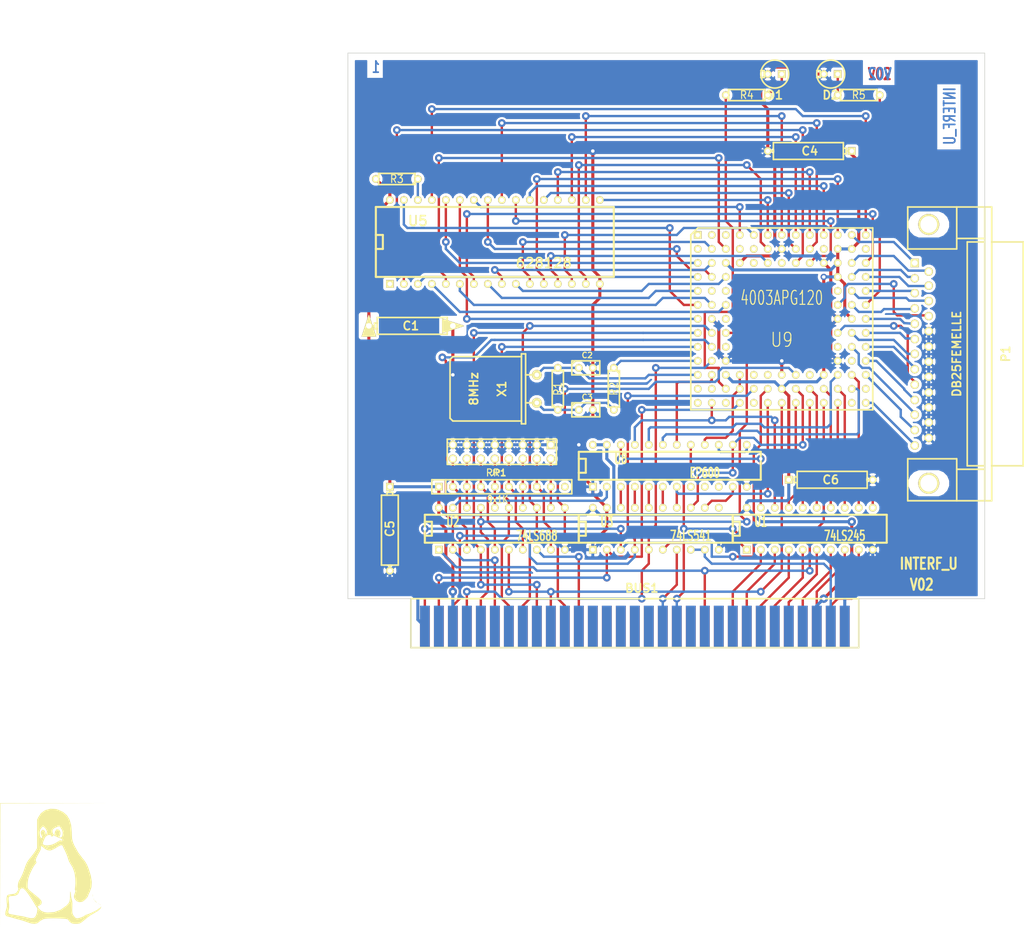
<source format=kicad_pcb>
(kicad_pcb (version 3) (host pcbnew "(2013-08-20 BZR 4294)-product")
  (title_block (title Demo) (rev 2.C) (company Kicad))
  (layers (15 Composant signal) (0 Cuivre signal) (18 B.Paste user) (19 F.Paste user) (20 B.SilkS user) (21 F.SilkS user) (22 B.Mask user) (23 F.Mask user) (28 Edge.Cuts user))
  (net 0 "")
  (net 1 /8MH-OUT)
  (net 2 /ACK)
  (net 3 /AUTOFD-)
  (net 4 /BIT0)
  (net 5 /BIT1)
  (net 6 /BIT2)
  (net 7 /BIT3)
  (net 8 /BIT4)
  (net 9 /BIT5)
  (net 10 /BIT6)
  (net 11 /BIT7)
  (net 12 /BUST+)
  (net 13 /CLKLCA)
  (net 14 /CS1-)
  (net 15 /D0)
  (net 16 /D1)
  (net 17 /D2)
  (net 18 /D3)
  (net 19 /D4)
  (net 20 /D5)
  (net 21 /D6)
  (net 22 /D7)
  (net 23 /DIR)
  (net 24 /DONE)
  (net 25 /ENBBUF)
  (net 26 /ERROR-)
  (net 27 /INIT-)
  (net 28 /LED1)
  (net 29 /LED2)
  (net 30 /MA0)
  (net 31 /MA1)
  (net 32 /MA10)
  (net 33 /MA11)
  (net 34 /MA12)
  (net 35 /MA13)
  (net 36 /MA14)
  (net 37 /MA15)
  (net 38 /MA16)
  (net 39 /MA2)
  (net 40 /MA3)
  (net 41 /MA4)
  (net 42 /MA5)
  (net 43 /MA6)
  (net 44 /MA7)
  (net 45 /MA8)
  (net 46 /MA9)
  (net 47 /MATCHL)
  (net 48 /MD0)
  (net 49 /MD1)
  (net 50 /MD2)
  (net 51 /MD3)
  (net 52 /MD4)
  (net 53 /MD5)
  (net 54 /MD6)
  (net 55 /MD7)
  (net 56 /OE-)
  (net 57 /PC-A0)
  (net 58 /PC-A1)
  (net 59 /PC-A10)
  (net 60 /PC-A11)
  (net 61 /PC-A2)
  (net 62 /PC-A3)
  (net 63 /PC-A4)
  (net 64 /PC-A5)
  (net 65 /PC-A6)
  (net 66 /PC-A7)
  (net 67 /PC-A8)
  (net 68 /PC-A9)
  (net 69 /PC-AEN)
  (net 70 /PC-DB0)
  (net 71 /PC-DB1)
  (net 72 /PC-DB2)
  (net 73 /PC-DB3)
  (net 74 /PC-DB4)
  (net 75 /PC-DB5)
  (net 76 /PC-DB6)
  (net 77 /PC-DB7)
  (net 78 /PC-IOR)
  (net 79 /PC-IOW)
  (net 80 /PC-RD)
  (net 81 /PC-RST)
  (net 82 /PC-WR)
  (net 83 /PE+)
  (net 84 /PROG-)
  (net 85 /REF10)
  (net 86 /REF11)
  (net 87 /REF4)
  (net 88 /REF5)
  (net 89 /REF6)
  (net 90 /REF7)
  (net 91 /REF8)
  (net 92 /REF9)
  (net 93 /RSTL)
  (net 94 /SEL_LPT)
  (net 95 /SLCT+)
  (net 96 /SLCTIN-)
  (net 97 /STROBE)
  (net 98 /WR-)
  (net 99 /WR_REG)
  (net 100 GND)
  (net 101 N-000001)
  (net 102 N-0000010)
  (net 103 N-00000103)
  (net 104 N-00000104)
  (net 105 N-00000107)
  (net 106 N-00000108)
  (net 107 N-00000109)
  (net 108 N-0000011)
  (net 109 N-00000110)
  (net 110 N-00000111)
  (net 111 N-0000012)
  (net 112 N-00000124)
  (net 113 N-00000126)
  (net 114 N-00000127)
  (net 115 N-00000129)
  (net 116 N-0000013)
  (net 117 N-00000130)
  (net 118 N-00000132)
  (net 119 N-00000133)
  (net 120 N-00000135)
  (net 121 N-00000136)
  (net 122 N-00000138)
  (net 123 N-0000014)
  (net 124 N-00000140)
  (net 125 N-00000141)
  (net 126 N-00000142)
  (net 127 N-00000143)
  (net 128 N-00000145)
  (net 129 N-00000146)
  (net 130 N-00000155)
  (net 131 N-0000018)
  (net 132 N-000002)
  (net 133 N-0000024)
  (net 134 N-0000025)
  (net 135 N-0000026)
  (net 136 N-0000027)
  (net 137 N-0000028)
  (net 138 N-0000029)
  (net 139 N-000003)
  (net 140 N-0000030)
  (net 141 N-0000031)
  (net 142 N-0000032)
  (net 143 N-0000033)
  (net 144 N-0000034)
  (net 145 N-0000035)
  (net 146 N-0000036)
  (net 147 N-0000037)
  (net 148 N-0000038)
  (net 149 N-0000039)
  (net 150 N-000004)
  (net 151 N-0000040)
  (net 152 N-0000041)
  (net 153 N-0000042)
  (net 154 N-0000043)
  (net 155 N-0000044)
  (net 156 N-0000045)
  (net 157 N-0000046)
  (net 158 N-0000047)
  (net 159 N-0000048)
  (net 160 N-0000049)
  (net 161 N-000005)
  (net 162 N-0000050)
  (net 163 N-0000051)
  (net 164 N-0000058)
  (net 165 N-0000059)
  (net 166 N-000006)
  (net 167 N-0000060)
  (net 168 N-0000062)
  (net 169 N-000007)
  (net 170 N-0000072)
  (net 171 N-000008)
  (net 172 N-000009)
  (net 173 VCC)
  (module "" (layer Composant) (at 25.9 181.9)
    (fp_text reference G1 hide)
    (fp_text value LOGO hide)
  )
  (module PGA120 (layer Composant) (at 158.115 82.55 180)
    (fp_text reference U9 (at 0 -3.81 180) (layer F.SilkS) (effects (font (size 2.54 2.032) (thickness 0.2032))))
    (fp_text value 4003APG120 (at 0 3.81 360) (layer F.SilkS) (effects (font (size 2.54 1.5748) (thickness 0.2032))))
    (pad N1 thru_hole circle (at 15.24 -15.24 180) (size 1.397 1.397) (drill 0.787399) (layers *.Cu *.Mask F.SilkS) (net 119 N-00000133))
    (pad N2 thru_hole circle (at 12.7 -15.24 180) (size 1.397 1.397) (drill 0.787399) (layers *.Cu *.Mask F.SilkS) (net 15 /D0))
    (pad N3 thru_hole circle (at 10.16 -15.24 180) (size 1.397 1.397) (drill 0.787399) (layers *.Cu *.Mask F.SilkS) (net 114 N-00000127))
    (pad M1 thru_hole circle (at 15.24 -12.7 180) (size 1.397 1.397) (drill 0.787399) (layers *.Cu *.Mask F.SilkS) (net 118 N-00000132))
    (pad M2 thru_hole circle (at 12.7 -12.7 180) (size 1.397 1.397) (drill 0.787399) (layers *.Cu *.Mask F.SilkS) (net 112 N-00000124))
    (pad M3 thru_hole circle (at 10.16 -12.7 180) (size 1.397 1.397) (drill 0.787399) (layers *.Cu *.Mask F.SilkS) (net 28 /LED1))
    (pad L1 thru_hole circle (at 15.24 -10.16 180) (size 1.397 1.397) (drill 0.787399) (layers *.Cu *.Mask F.SilkS) (net 128 N-00000145))
    (pad L2 thru_hole circle (at 12.7 -10.16 180) (size 1.397 1.397) (drill 0.787399) (layers *.Cu *.Mask F.SilkS) (net 94 /SEL_LPT))
    (pad L3 thru_hole circle (at 10.16 -10.16 180) (size 1.397 1.397) (drill 0.787399) (layers *.Cu *.Mask F.SilkS) (net 173 VCC))
    (pad K1 thru_hole circle (at 15.24 -7.62 180) (size 1.397 1.397) (drill 0.787399) (layers *.Cu *.Mask F.SilkS) (net 1 /8MH-OUT))
    (pad K2 thru_hole circle (at 12.7 -7.62 180) (size 1.397 1.397) (drill 0.787399) (layers *.Cu *.Mask F.SilkS) (net 62 /PC-A3))
    (pad K3 thru_hole circle (at 10.16 -7.62 180) (size 1.397 1.397) (drill 0.787399) (layers *.Cu *.Mask F.SilkS) (net 100 GND))
    (pad J1 thru_hole circle (at 15.24 -5.08 180) (size 1.397 1.397) (drill 0.787399) (layers *.Cu *.Mask F.SilkS) (net 65 /PC-A6))
    (pad J2 thru_hole circle (at 12.7 -5.08 180) (size 1.397 1.397) (drill 0.787399) (layers *.Cu *.Mask F.SilkS) (net 64 /PC-A5))
    (pad J3 thru_hole circle (at 10.16 -5.08 180) (size 1.397 1.397) (drill 0.787399) (layers *.Cu *.Mask F.SilkS) (net 113 N-00000126))
    (pad H1 thru_hole circle (at 15.24 -2.54 180) (size 1.397 1.397) (drill 0.787399) (layers *.Cu *.Mask F.SilkS) (net 67 /PC-A8))
    (pad H2 thru_hole circle (at 12.7 -2.54 180) (size 1.397 1.397) (drill 0.787399) (layers *.Cu *.Mask F.SilkS) (net 66 /PC-A7))
    (pad H3 thru_hole circle (at 10.16 -2.54 180) (size 1.397 1.397) (drill 0.787399) (layers *.Cu *.Mask F.SilkS) (net 63 /PC-A4))
    (pad G1 thru_hole circle (at 15.24 0 180) (size 1.397 1.397) (drill 0.787399) (layers *.Cu *.Mask F.SilkS) (net 45 /MA8))
    (pad G2 thru_hole circle (at 12.7 0 180) (size 1.397 1.397) (drill 0.787399) (layers *.Cu *.Mask F.SilkS) (net 100 GND))
    (pad G3 thru_hole circle (at 10.16 0 180) (size 1.397 1.397) (drill 0.787399) (layers *.Cu *.Mask F.SilkS))
    (pad F1 thru_hole circle (at 15.24 2.54 180) (size 1.397 1.397) (drill 0.787399) (layers *.Cu *.Mask F.SilkS) (net 37 /MA15))
    (pad F2 thru_hole circle (at 12.7 2.54 180) (size 1.397 1.397) (drill 0.787399) (layers *.Cu *.Mask F.SilkS) (net 43 /MA6))
    (pad F3 thru_hole circle (at 10.16 2.54 180) (size 1.397 1.397) (drill 0.787399) (layers *.Cu *.Mask F.SilkS) (net 34 /MA12))
    (pad E1 thru_hole circle (at 15.24 5.08 180) (size 1.397 1.397) (drill 0.787399) (layers *.Cu *.Mask F.SilkS) (net 41 /MA4))
    (pad E2 thru_hole circle (at 12.7 5.08 180) (size 1.397 1.397) (drill 0.787399) (layers *.Cu *.Mask F.SilkS) (net 163 N-0000051))
    (pad E3 thru_hole circle (at 10.16 5.08 180) (size 1.397 1.397) (drill 0.787399) (layers *.Cu *.Mask F.SilkS) (net 162 N-0000050))
    (pad D1 thru_hole circle (at 15.24 7.62 180) (size 1.397 1.397) (drill 0.787399) (layers *.Cu *.Mask F.SilkS) (net 36 /MA14))
    (pad D2 thru_hole circle (at 12.7 7.62 180) (size 1.397 1.397) (drill 0.787399) (layers *.Cu *.Mask F.SilkS) (net 33 /MA11))
    (pad D3 thru_hole circle (at 10.16 7.62 180) (size 1.397 1.397) (drill 0.787399) (layers *.Cu *.Mask F.SilkS) (net 39 /MA2))
    (pad C1 thru_hole circle (at 15.24 10.16 180) (size 1.397 1.397) (drill 0.787399) (layers *.Cu *.Mask F.SilkS) (net 35 /MA13))
    (pad C2 thru_hole circle (at 12.7 10.16 180) (size 1.397 1.397) (drill 0.787399) (layers *.Cu *.Mask F.SilkS) (net 40 /MA3))
    (pad C3 thru_hole circle (at 10.16 10.16 180) (size 1.397 1.397) (drill 0.787399) (layers *.Cu *.Mask F.SilkS) (net 173 VCC))
    (pad C4 thru_hole circle (at 7.62 10.16 180) (size 1.397 1.397) (drill 0.787399) (layers *.Cu *.Mask F.SilkS) (net 100 GND))
    (pad C5 thru_hole circle (at 5.08 10.16 180) (size 1.397 1.397) (drill 0.787399) (layers *.Cu *.Mask F.SilkS) (net 157 N-0000046))
    (pad C6 thru_hole circle (at 2.54 10.16 180) (size 1.397 1.397) (drill 0.787399) (layers *.Cu *.Mask F.SilkS) (net 48 /MD0))
    (pad C7 thru_hole circle (at 0 10.16 180) (size 1.397 1.397) (drill 0.787399) (layers *.Cu *.Mask F.SilkS))
    (pad C8 thru_hole circle (at -2.54 10.16 180) (size 1.397 1.397) (drill 0.787399) (layers *.Cu *.Mask F.SilkS) (net 38 /MA16))
    (pad C9 thru_hole circle (at -5.08 10.16 180) (size 1.397 1.397) (drill 0.787399) (layers *.Cu *.Mask F.SilkS) (net 32 /MA10))
    (pad C10 thru_hole circle (at -7.62 10.16 180) (size 1.397 1.397) (drill 0.787399) (layers *.Cu *.Mask F.SilkS) (net 100 GND))
    (pad C11 thru_hole circle (at -10.16 10.16 180) (size 1.397 1.397) (drill 0.787399) (layers *.Cu *.Mask F.SilkS) (net 173 VCC))
    (pad C12 thru_hole circle (at -12.7 10.16 180) (size 1.397 1.397) (drill 0.787399) (layers *.Cu *.Mask F.SilkS) (net 3 /AUTOFD-))
    (pad C13 thru_hole circle (at -15.24 10.16 180) (size 1.397 1.397) (drill 0.787399) (layers *.Cu *.Mask F.SilkS) (net 42 /MA5))
    (pad B1 thru_hole circle (at 15.24 12.7 180) (size 1.397 1.397) (drill 0.787399) (layers *.Cu *.Mask F.SilkS) (net 160 N-0000049))
    (pad B2 thru_hole circle (at 12.7 12.7 180) (size 1.397 1.397) (drill 0.787399) (layers *.Cu *.Mask F.SilkS) (net 31 /MA1))
    (pad B3 thru_hole circle (at 10.16 12.7 180) (size 1.397 1.397) (drill 0.787399) (layers *.Cu *.Mask F.SilkS) (net 44 /MA7))
    (pad B4 thru_hole circle (at 7.62 12.7 180) (size 1.397 1.397) (drill 0.787399) (layers *.Cu *.Mask F.SilkS) (net 156 N-0000045))
    (pad B5 thru_hole circle (at 5.08 12.7 180) (size 1.397 1.397) (drill 0.787399) (layers *.Cu *.Mask F.SilkS) (net 154 N-0000043))
    (pad B6 thru_hole circle (at 2.54 12.7 180) (size 1.397 1.397) (drill 0.787399) (layers *.Cu *.Mask F.SilkS) (net 50 /MD2))
    (pad B7 thru_hole circle (at 0 12.7 180) (size 1.397 1.397) (drill 0.787399) (layers *.Cu *.Mask F.SilkS) (net 100 GND))
    (pad B8 thru_hole circle (at -2.54 12.7 180) (size 1.397 1.397) (drill 0.787399) (layers *.Cu *.Mask F.SilkS) (net 55 /MD7))
    (pad B9 thru_hole circle (at -5.08 12.7 180) (size 1.397 1.397) (drill 0.787399) (layers *.Cu *.Mask F.SilkS) (net 56 /OE-))
    (pad B10 thru_hole circle (at -7.62 12.7 180) (size 1.397 1.397) (drill 0.787399) (layers *.Cu *.Mask F.SilkS) (net 127 N-00000143))
    (pad B11 thru_hole circle (at -10.16 12.7 180) (size 1.397 1.397) (drill 0.787399) (layers *.Cu *.Mask F.SilkS) (net 173 VCC))
    (pad B12 thru_hole circle (at -12.7 12.7 180) (size 1.397 1.397) (drill 0.787399) (layers *.Cu *.Mask F.SilkS) (net 173 VCC))
    (pad B13 thru_hole circle (at -15.24 12.7 180) (size 1.397 1.397) (drill 0.787399) (layers *.Cu *.Mask F.SilkS) (net 104 N-00000104))
    (pad A1 thru_hole rect (at 15.24 15.24 180) (size 1.397 1.397) (drill 0.787399) (layers *.Cu *.Mask F.SilkS) (net 159 N-0000048))
    (pad A2 thru_hole circle (at 12.7 15.24 180) (size 1.397 1.397) (drill 0.787399) (layers *.Cu *.Mask F.SilkS) (net 158 N-0000047))
    (pad A3 thru_hole circle (at 10.16 15.24 180) (size 1.397 1.397) (drill 0.787399) (layers *.Cu *.Mask F.SilkS) (net 155 N-0000044))
    (pad A4 thru_hole circle (at 7.62 15.24 180) (size 1.397 1.397) (drill 0.787399) (layers *.Cu *.Mask F.SilkS) (net 46 /MA9))
    (pad A5 thru_hole circle (at 5.08 15.24 180) (size 1.397 1.397) (drill 0.787399) (layers *.Cu *.Mask F.SilkS) (net 49 /MD1))
    (pad A6 thru_hole circle (at 2.54 15.24 180) (size 1.397 1.397) (drill 0.787399) (layers *.Cu *.Mask F.SilkS) (net 51 /MD3))
    (pad A7 thru_hole circle (at 0 15.24 180) (size 1.397 1.397) (drill 0.787399) (layers *.Cu *.Mask F.SilkS) (net 52 /MD4))
    (pad A8 thru_hole circle (at -2.54 15.24 180) (size 1.397 1.397) (drill 0.787399) (layers *.Cu *.Mask F.SilkS) (net 53 /MD5))
    (pad A9 thru_hole circle (at -5.08 15.24 180) (size 1.397 1.397) (drill 0.787399) (layers *.Cu *.Mask F.SilkS) (net 54 /MD6))
    (pad A10 thru_hole circle (at -7.62 15.24 180) (size 1.397 1.397) (drill 0.787399) (layers *.Cu *.Mask F.SilkS) (net 14 /CS1-))
    (pad A11 thru_hole circle (at -10.16 15.24 180) (size 1.397 1.397) (drill 0.787399) (layers *.Cu *.Mask F.SilkS) (net 30 /MA0))
    (pad A12 thru_hole circle (at -12.7 15.24 180) (size 1.397 1.397) (drill 0.787399) (layers *.Cu *.Mask F.SilkS) (net 97 /STROBE))
    (pad A13 thru_hole circle (at -15.24 15.24 180) (size 1.397 1.397) (drill 0.787399) (layers *.Cu *.Mask F.SilkS) (net 98 /WR-))
    (pad N4 thru_hole circle (at 7.62 -15.24 180) (size 1.397 1.397) (drill 0.787399) (layers *.Cu *.Mask F.SilkS) (net 58 /PC-A1))
    (pad N5 thru_hole circle (at 5.08 -15.24 180) (size 1.397 1.397) (drill 0.787399) (layers *.Cu *.Mask F.SilkS) (net 117 N-00000130))
    (pad N6 thru_hole circle (at 2.54 -15.24 180) (size 1.397 1.397) (drill 0.787399) (layers *.Cu *.Mask F.SilkS) (net 82 /PC-WR))
    (pad N7 thru_hole circle (at 0 -15.24 180) (size 1.397 1.397) (drill 0.787399) (layers *.Cu *.Mask F.SilkS) (net 68 /PC-A9))
    (pad N8 thru_hole circle (at -2.54 -15.24 180) (size 1.397 1.397) (drill 0.787399) (layers *.Cu *.Mask F.SilkS) (net 16 /D1))
    (pad N9 thru_hole circle (at -5.08 -15.24 180) (size 1.397 1.397) (drill 0.787399) (layers *.Cu *.Mask F.SilkS) (net 17 /D2))
    (pad N10 thru_hole circle (at -7.62 -15.24 180) (size 1.397 1.397) (drill 0.787399) (layers *.Cu *.Mask F.SilkS) (net 69 /PC-AEN))
    (pad N11 thru_hole circle (at -10.16 -15.24 180) (size 1.397 1.397) (drill 0.787399) (layers *.Cu *.Mask F.SilkS) (net 20 /D5))
    (pad N12 thru_hole circle (at -12.7 -15.24 180) (size 1.397 1.397) (drill 0.787399) (layers *.Cu *.Mask F.SilkS) (net 124 N-00000140))
    (pad N13 thru_hole circle (at -15.24 -15.24 180) (size 1.397 1.397) (drill 0.787399) (layers *.Cu *.Mask F.SilkS) (net 95 /SLCT+))
    (pad M4 thru_hole circle (at 7.62 -12.7 180) (size 1.397 1.397) (drill 0.787399) (layers *.Cu *.Mask F.SilkS) (net 13 /CLKLCA))
    (pad M5 thru_hole circle (at 5.08 -12.7 180) (size 1.397 1.397) (drill 0.787399) (layers *.Cu *.Mask F.SilkS) (net 61 /PC-A2))
    (pad M6 thru_hole circle (at 2.54 -12.7 180) (size 1.397 1.397) (drill 0.787399) (layers *.Cu *.Mask F.SilkS) (net 57 /PC-A0))
    (pad M7 thru_hole circle (at 0 -12.7 180) (size 1.397 1.397) (drill 0.787399) (layers *.Cu *.Mask F.SilkS) (net 173 VCC))
    (pad M8 thru_hole circle (at -2.54 -12.7 180) (size 1.397 1.397) (drill 0.787399) (layers *.Cu *.Mask F.SilkS) (net 80 /PC-RD))
    (pad M9 thru_hole circle (at -5.08 -12.7 180) (size 1.397 1.397) (drill 0.787399) (layers *.Cu *.Mask F.SilkS) (net 18 /D3))
    (pad M10 thru_hole circle (at -7.62 -12.7 180) (size 1.397 1.397) (drill 0.787399) (layers *.Cu *.Mask F.SilkS) (net 19 /D4))
    (pad M11 thru_hole circle (at -10.16 -12.7 180) (size 1.397 1.397) (drill 0.787399) (layers *.Cu *.Mask F.SilkS) (net 21 /D6))
    (pad M12 thru_hole circle (at -12.7 -12.7 180) (size 1.397 1.397) (drill 0.787399) (layers *.Cu *.Mask F.SilkS) (net 84 /PROG-))
    (pad M13 thru_hole circle (at -15.24 -12.7 180) (size 1.397 1.397) (drill 0.787399) (layers *.Cu *.Mask F.SilkS))
    (pad L4 thru_hole circle (at 7.62 -10.16 180) (size 1.397 1.397) (drill 0.787399) (layers *.Cu *.Mask F.SilkS) (net 13 /CLKLCA))
    (pad L5 thru_hole circle (at 5.08 -10.16 180) (size 1.397 1.397) (drill 0.787399) (layers *.Cu *.Mask F.SilkS) (net 115 N-00000129))
    (pad L6 thru_hole circle (at 2.54 -10.16 180) (size 1.397 1.397) (drill 0.787399) (layers *.Cu *.Mask F.SilkS) (net 125 N-00000141))
    (pad L7 thru_hole circle (at 0 -10.16 180) (size 1.397 1.397) (drill 0.787399) (layers *.Cu *.Mask F.SilkS) (net 100 GND))
    (pad L8 thru_hole circle (at -2.54 -10.16 180) (size 1.397 1.397) (drill 0.787399) (layers *.Cu *.Mask F.SilkS) (net 59 /PC-A10))
    (pad L9 thru_hole circle (at -5.08 -10.16 180) (size 1.397 1.397) (drill 0.787399) (layers *.Cu *.Mask F.SilkS) (net 126 N-00000142))
    (pad L10 thru_hole circle (at -7.62 -10.16 180) (size 1.397 1.397) (drill 0.787399) (layers *.Cu *.Mask F.SilkS) (net 173 VCC))
    (pad L11 thru_hole circle (at -10.16 -10.16 180) (size 1.397 1.397) (drill 0.787399) (layers *.Cu *.Mask F.SilkS) (net 24 /DONE))
    (pad L12 thru_hole circle (at -12.7 -10.16 180) (size 1.397 1.397) (drill 0.787399) (layers *.Cu *.Mask F.SilkS) (net 22 /D7))
    (pad L13 thru_hole circle (at -15.24 -10.16 180) (size 1.397 1.397) (drill 0.787399) (layers *.Cu *.Mask F.SilkS) (net 83 /PE+))
    (pad K11 thru_hole circle (at -10.16 -7.62 180) (size 1.397 1.397) (drill 0.787399) (layers *.Cu *.Mask F.SilkS) (net 100 GND))
    (pad K12 thru_hole circle (at -12.7 -7.62 180) (size 1.397 1.397) (drill 0.787399) (layers *.Cu *.Mask F.SilkS) (net 122 N-00000138))
    (pad K13 thru_hole circle (at -15.24 -7.62 180) (size 1.397 1.397) (drill 0.787399) (layers *.Cu *.Mask F.SilkS) (net 2 /ACK))
    (pad J11 thru_hole circle (at -10.16 -5.08 180) (size 1.397 1.397) (drill 0.787399) (layers *.Cu *.Mask F.SilkS) (net 121 N-00000136))
    (pad J12 thru_hole circle (at -12.7 -5.08 180) (size 1.397 1.397) (drill 0.787399) (layers *.Cu *.Mask F.SilkS) (net 12 /BUST+))
    (pad J13 thru_hole circle (at -15.24 -5.08 180) (size 1.397 1.397) (drill 0.787399) (layers *.Cu *.Mask F.SilkS) (net 10 /BIT6))
    (pad H11 thru_hole circle (at -10.16 -2.54 180) (size 1.397 1.397) (drill 0.787399) (layers *.Cu *.Mask F.SilkS) (net 11 /BIT7))
    (pad H12 thru_hole circle (at -12.7 -2.54 180) (size 1.397 1.397) (drill 0.787399) (layers *.Cu *.Mask F.SilkS) (net 9 /BIT5))
    (pad H13 thru_hole circle (at -15.24 -2.54 180) (size 1.397 1.397) (drill 0.787399) (layers *.Cu *.Mask F.SilkS) (net 8 /BIT4))
    (pad G11 thru_hole circle (at -10.16 0 180) (size 1.397 1.397) (drill 0.787399) (layers *.Cu *.Mask F.SilkS) (net 100 GND))
    (pad G12 thru_hole circle (at -12.7 0 180) (size 1.397 1.397) (drill 0.787399) (layers *.Cu *.Mask F.SilkS) (net 173 VCC))
    (pad G13 thru_hole circle (at -15.24 0 180) (size 1.397 1.397) (drill 0.787399) (layers *.Cu *.Mask F.SilkS) (net 7 /BIT3))
    (pad F11 thru_hole circle (at -10.16 2.54 180) (size 1.397 1.397) (drill 0.787399) (layers *.Cu *.Mask F.SilkS) (net 96 /SLCTIN-))
    (pad F12 thru_hole circle (at -12.7 2.54 180) (size 1.397 1.397) (drill 0.787399) (layers *.Cu *.Mask F.SilkS) (net 6 /BIT2))
    (pad F13 thru_hole circle (at -15.24 2.54 180) (size 1.397 1.397) (drill 0.787399) (layers *.Cu *.Mask F.SilkS) (net 29 /LED2))
    (pad E11 thru_hole circle (at -10.16 5.08 180) (size 1.397 1.397) (drill 0.787399) (layers *.Cu *.Mask F.SilkS) (net 120 N-00000135))
    (pad E12 thru_hole circle (at -12.7 5.08 180) (size 1.397 1.397) (drill 0.787399) (layers *.Cu *.Mask F.SilkS) (net 27 /INIT-))
    (pad E13 thru_hole circle (at -15.24 5.08 180) (size 1.397 1.397) (drill 0.787399) (layers *.Cu *.Mask F.SilkS) (net 5 /BIT1))
    (pad D11 thru_hole circle (at -10.16 7.62 180) (size 1.397 1.397) (drill 0.787399) (layers *.Cu *.Mask F.SilkS) (net 173 VCC))
    (pad D12 thru_hole circle (at -12.7 7.62 180) (size 1.397 1.397) (drill 0.787399) (layers *.Cu *.Mask F.SilkS) (net 4 /BIT0))
    (pad D13 thru_hole circle (at -15.24 7.62 180) (size 1.397 1.397) (drill 0.787399) (layers *.Cu *.Mask F.SilkS) (net 26 /ERROR-))
  )
  (module r_pack9 (layer Composant) (at 107.315 113.03)
    (fp_text reference RR1 (at -1.016 -2.54) (layer F.SilkS) (effects (font (size 1.27 1.27) (thickness 0.2032))))
    (fp_text value 9x1K (at -0.762 2.286) (layer F.SilkS) (effects (font (size 1.27 1.016) (thickness 0.2032))))
    (pad 1 thru_hole rect (at -11.43 0) (size 1.397 1.397) (drill 0.812799) (layers *.Cu *.Mask F.SilkS) (net 173 VCC))
    (pad 2 thru_hole circle (at -8.89 0) (size 1.397 1.397) (drill 0.812799) (layers *.Cu *.Mask F.SilkS) (net 88 /REF5))
    (pad 3 thru_hole circle (at -6.35 0) (size 1.397 1.397) (drill 0.812799) (layers *.Cu *.Mask F.SilkS) (net 87 /REF4))
    (pad 4 thru_hole circle (at -3.81 0) (size 1.397 1.397) (drill 0.812799) (layers *.Cu *.Mask F.SilkS) (net 91 /REF8))
    (pad 5 thru_hole circle (at -1.27 0) (size 1.397 1.397) (drill 0.812799) (layers *.Cu *.Mask F.SilkS) (net 89 /REF6))
    (pad 6 thru_hole circle (at 1.27 0) (size 1.397 1.397) (drill 0.812799) (layers *.Cu *.Mask F.SilkS) (net 92 /REF9))
    (pad 7 thru_hole circle (at 3.81 0) (size 1.397 1.397) (drill 0.812799) (layers *.Cu *.Mask F.SilkS) (net 90 /REF7))
    (pad 8 thru_hole circle (at 6.35 0) (size 1.397 1.397) (drill 0.812799) (layers *.Cu *.Mask F.SilkS) (net 86 /REF11))
    (pad 9 thru_hole circle (at 8.89 0) (size 1.397 1.397) (drill 0.812799) (layers *.Cu *.Mask F.SilkS) (net 85 /REF10))
    (pad 10 thru_hole circle (at 11.43 0) (size 1.397 1.397) (drill 0.812799) (layers *.Cu *.Mask F.SilkS) (net 130 N-00000155))
  )
  (module HC-18UH (layer Composant) (at 113.665 95.25 270)
    (fp_text reference X1 (at 0 6.35 270) (layer F.SilkS) (effects (font (thickness 0.3048))))
    (fp_text value 8MHz (at 0 11.43 270) (layer F.SilkS) (effects (font (thickness 0.3048))))
    (pad 1 thru_hole circle (at -2.54 0 270) (size 1.778 1.778) (drill 0.812799) (layers *.Cu *.Mask F.SilkS) (net 128 N-00000145))
    (pad 2 thru_hole circle (at 2.54 0 270) (size 1.778 1.778) (drill 0.812799) (layers *.Cu *.Mask F.SilkS) (net 129 N-00000146))
  )
  (module C1 (layer Composant) (at 122.555 91.44)
    (fp_text reference C2 (at 0.254 -2.286) (layer F.SilkS) (effects (font (size 1.016 1.016) (thickness 0.2032))))
    (fp_text value 47pF hide)
    (pad 1 thru_hole circle (at -1.27 0) (size 1.397 1.397) (drill 0.812799) (layers *.Cu *.Mask F.SilkS) (net 128 N-00000145))
    (pad 2 thru_hole circle (at 1.27 0) (size 1.397 1.397) (drill 0.812799) (layers *.Cu *.Mask F.SilkS) (net 100 GND))
  )
  (module C1 (layer Composant) (at 122.555 99.06)
    (fp_text reference C3 (at 0.254 -2.286) (layer F.SilkS) (effects (font (size 1.016 1.016) (thickness 0.2032))))
    (fp_text value 47pF hide)
    (pad 1 thru_hole circle (at -1.27 0) (size 1.397 1.397) (drill 0.812799) (layers *.Cu *.Mask F.SilkS) (net 129 N-00000146))
    (pad 2 thru_hole circle (at 1.27 0) (size 1.397 1.397) (drill 0.812799) (layers *.Cu *.Mask F.SilkS) (net 100 GND))
  )
  (module CP6 (layer Composant) (at 90.805 83.82)
    (fp_text reference C1 (at 0 0) (layer F.SilkS) (effects (font (thickness 0.3048))))
    (fp_text value 47uF hide)
    (pad 1 thru_hole trapezoid (at -7.62 0) (size 1.397 3.937) (rect_delta 0 1.27) (drill 1.016) (layers *.Cu *.Paste *.Mask F.Adhes F.SilkS) (net 173 VCC))
    (pad 2 thru_hole trapezoid (at 7.62 0) (size 3.937 1.397) (rect_delta 1.27 0) (drill 1.016) (layers *.Cu *.Mask F.Paste F.SilkS) (net 100 GND))
  )
  (module CP6 (layer Composant) (at 163.195 52.07 180)
    (fp_text reference C4 (at 0 0 180) (layer F.SilkS) (effects (font (thickness 0.3048))))
    (fp_text value 47uF hide)
    (pad 1 thru_hole rect (at -7.62 0 180) (size 1.397 1.397) (drill 0.812799) (layers *.Cu *.Mask F.SilkS) (net 173 VCC))
    (pad 2 thru_hole circle (at 7.62 0 180) (size 1.397 1.397) (drill 0.812799) (layers *.Cu *.Mask F.SilkS) (net 100 GND))
  )
  (module CP6 (layer Composant) (at 86.995 120.65 270)
    (fp_text reference C5 (at 0 0 270) (layer F.SilkS) (effects (font (thickness 0.3048))))
    (fp_text value 47uF hide)
    (pad 1 thru_hole rect (at -7.62 0 270) (size 1.397 1.397) (drill 0.812799) (layers *.Cu *.Mask F.SilkS) (net 173 VCC))
    (pad 2 thru_hole circle (at 7.62 0 270) (size 1.397 1.397) (drill 0.812799) (layers *.Cu *.Mask F.SilkS) (net 100 GND))
  )
  (module CP6 (layer Composant) (at 167.005 111.76)
    (fp_text reference C6 (at 0 0) (layer F.SilkS) (effects (font (thickness 0.3048))))
    (fp_text value 47uF hide)
    (pad 1 thru_hole rect (at -7.62 0) (size 1.397 1.397) (drill 0.812799) (layers *.Cu *.Mask F.SilkS) (net 173 VCC))
    (pad 2 thru_hole circle (at 7.62 0) (size 1.397 1.397) (drill 0.812799) (layers *.Cu *.Mask F.SilkS) (net 100 GND))
  )
  (module R3 (layer Composant) (at 117.475 95.25 90)
    (fp_text reference R1 (at 0 0 90) (layer F.SilkS) (effects (font (size 1.397 1.27) (thickness 0.2032))))
    (fp_text value 100K hide)
    (pad 1 thru_hole circle (at -3.81 0 90) (size 1.397 1.397) (drill 0.812799) (layers *.Cu *.Mask F.SilkS) (net 129 N-00000146))
    (pad 2 thru_hole circle (at 3.81 0 90) (size 1.397 1.397) (drill 0.812799) (layers *.Cu *.Mask F.SilkS) (net 128 N-00000145))
  )
  (module R3 (layer Composant) (at 127.635 95.25 270)
    (fp_text reference R2 (at 0 0 270) (layer F.SilkS) (effects (font (size 1.397 1.27) (thickness 0.2032))))
    (fp_text value 1K hide)
    (pad 1 thru_hole circle (at -3.81 0 270) (size 1.397 1.397) (drill 0.812799) (layers *.Cu *.Mask F.SilkS) (net 1 /8MH-OUT))
    (pad 2 thru_hole circle (at 3.81 0 270) (size 1.397 1.397) (drill 0.812799) (layers *.Cu *.Mask F.SilkS) (net 129 N-00000146))
  )
  (module R3 (layer Composant) (at 88.265 57.15 180)
    (fp_text reference R3 (at 0 0 180) (layer F.SilkS) (effects (font (size 1.397 1.27) (thickness 0.2032))))
    (fp_text value 10K hide)
    (pad 1 thru_hole circle (at -3.81 0 180) (size 1.397 1.397) (drill 0.812799) (layers *.Cu *.Mask F.SilkS) (net 170 N-0000072))
    (pad 2 thru_hole circle (at 3.81 0 180) (size 1.397 1.397) (drill 0.812799) (layers *.Cu *.Mask F.SilkS) (net 173 VCC))
  )
  (module R3 (layer Composant) (at 151.765 41.91 180)
    (fp_text reference R4 (at 0 0 180) (layer F.SilkS) (effects (font (size 1.397 1.27) (thickness 0.2032))))
    (fp_text value 330 hide)
    (pad 1 thru_hole circle (at -3.81 0 180) (size 1.397 1.397) (drill 0.812799) (layers *.Cu *.Mask F.SilkS) (net 105 N-00000107))
    (pad 2 thru_hole circle (at 3.81 0 180) (size 1.397 1.397) (drill 0.812799) (layers *.Cu *.Mask F.SilkS) (net 28 /LED1))
  )
  (module R3 (layer Composant) (at 172.085 41.91)
    (fp_text reference R5 (at 0 0) (layer F.SilkS) (effects (font (size 1.397 1.27) (thickness 0.2032))))
    (fp_text value 330 hide)
    (pad 1 thru_hole circle (at -3.81 0) (size 1.397 1.397) (drill 0.812799) (layers *.Cu *.Mask F.SilkS) (net 103 N-00000103))
    (pad 2 thru_hole circle (at 3.81 0) (size 1.397 1.397) (drill 0.812799) (layers *.Cu *.Mask F.SilkS) (net 29 /LED2))
  )
  (module LEDV (layer Composant) (at 167.005 38.1 180)
    (fp_text reference D2 (at 0 -3.81 180) (layer F.SilkS) (effects (font (thickness 0.3048))))
    (fp_text value LED hide)
    (pad 1 thru_hole rect (at -1.27 0 180) (size 1.397 1.397) (drill 0.812799) (layers *.Cu *.Mask F.SilkS) (net 103 N-00000103))
    (pad 2 thru_hole circle (at 1.27 0 180) (size 1.397 1.397) (drill 0.812799) (layers *.Cu *.Mask F.SilkS) (net 100 GND))
  )
  (module LEDV (layer Composant) (at 156.845 38.1 180)
    (fp_text reference D1 (at 0 -3.81 180) (layer F.SilkS) (effects (font (thickness 0.3048))))
    (fp_text value LED hide)
    (pad 1 thru_hole rect (at -1.27 0 180) (size 1.397 1.397) (drill 0.812799) (layers *.Cu *.Mask F.SilkS) (net 105 N-00000107))
    (pad 2 thru_hole circle (at 1.27 0 180) (size 1.397 1.397) (drill 0.812799) (layers *.Cu *.Mask F.SilkS) (net 100 GND))
  )
  (module BUS_PC (layer Composant) (at 131.445 138.43)
    (fp_text reference BUS1 (at 1.27 -6.985) (layer F.SilkS) (effects (font (thickness 0.3048))))
    (fp_text value BUSPC hide)
    (pad 1 connect rect (at 38.1 0) (size 1.778 7.62) (layers Cuivre B.Mask) (net 100 GND))
    (pad 2 connect rect (at 35.56 0) (size 1.778 7.62) (layers Cuivre B.Mask) (net 81 /PC-RST))
    (pad 3 connect rect (at 33.02 0) (size 1.778 7.62) (layers Cuivre B.Mask) (net 173 VCC))
    (pad 4 connect rect (at 30.48 0) (size 1.778 7.62) (layers Cuivre B.Mask) (net 142 N-0000032))
    (pad 5 connect rect (at 27.94 0) (size 1.778 7.62) (layers Cuivre B.Mask) (net 141 N-0000031))
    (pad 6 connect rect (at 25.4 0) (size 1.778 7.62) (layers Cuivre B.Mask) (net 140 N-0000030))
    (pad 7 connect rect (at 22.86 0) (size 1.778 7.62) (layers Cuivre B.Mask) (net 138 N-0000029))
    (pad 8 connect rect (at 20.32 0) (size 1.778 7.62) (layers Cuivre B.Mask) (net 137 N-0000028))
    (pad 9 connect rect (at 17.78 0) (size 1.778 7.62) (layers Cuivre B.Mask) (net 136 N-0000027))
    (pad 10 connect rect (at 15.24 0) (size 1.778 7.62) (layers Cuivre B.Mask) (net 135 N-0000026))
    (pad 11 connect rect (at 12.7 0) (size 1.778 7.62) (layers Cuivre B.Mask) (net 134 N-0000025))
    (pad 12 connect rect (at 10.16 0) (size 1.778 7.62) (layers Cuivre B.Mask) (net 131 N-0000018))
    (pad 13 connect rect (at 7.62 0) (size 1.778 7.62) (layers Cuivre B.Mask) (net 79 /PC-IOW))
    (pad 14 connect rect (at 5.08 0) (size 1.778 7.62) (layers Cuivre B.Mask) (net 78 /PC-IOR))
    (pad 15 connect rect (at 2.54 0) (size 1.778 7.62) (layers Cuivre B.Mask) (net 123 N-0000014))
    (pad 16 connect rect (at 0 0) (size 1.778 7.62) (layers Cuivre B.Mask) (net 116 N-0000013))
    (pad 17 connect rect (at -2.54 0) (size 1.778 7.62) (layers Cuivre B.Mask) (net 111 N-0000012))
    (pad 18 connect rect (at -5.08 0) (size 1.778 7.62) (layers Cuivre B.Mask) (net 108 N-0000011))
    (pad 19 connect rect (at -7.62 0) (size 1.778 7.62) (layers Cuivre B.Mask) (net 102 N-0000010))
    (pad 20 connect rect (at -10.16 0) (size 1.778 7.62) (layers Cuivre B.Mask) (net 172 N-000009))
    (pad 21 connect rect (at -12.7 0) (size 1.778 7.62) (layers Cuivre B.Mask) (net 171 N-000008))
    (pad 22 connect rect (at -15.24 0) (size 1.778 7.62) (layers Cuivre B.Mask) (net 169 N-000007))
    (pad 23 connect rect (at -17.78 0) (size 1.778 7.62) (layers Cuivre B.Mask) (net 166 N-000006))
    (pad 24 connect rect (at -20.32 0) (size 1.778 7.62) (layers Cuivre B.Mask) (net 161 N-000005))
    (pad 25 connect rect (at -22.86 0) (size 1.778 7.62) (layers Cuivre B.Mask) (net 150 N-000004))
    (pad 26 connect rect (at -25.4 0) (size 1.778 7.62) (layers Cuivre B.Mask) (net 139 N-000003))
    (pad 27 connect rect (at -27.94 0) (size 1.778 7.62) (layers Cuivre B.Mask) (net 132 N-000002))
    (pad 28 connect rect (at -30.48 0) (size 1.778 7.62) (layers Cuivre B.Mask) (net 101 N-000001))
    (pad 29 connect rect (at -33.02 0) (size 1.778 7.62) (layers Cuivre B.Mask) (net 173 VCC))
    (pad 30 connect rect (at -35.56 0) (size 1.778 7.62) (layers Cuivre B.Mask) (net 153 N-0000042))
    (pad 31 connect rect (at -38.1 0) (size 1.778 7.62) (layers Cuivre B.Mask) (net 100 GND))
    (pad 32 connect rect (at 38.1 0) (size 1.778 7.62) (layers Composant F.Mask) (net 152 N-0000041))
    (pad 33 connect rect (at 35.56 0) (size 1.778 7.62) (layers Composant F.Mask) (net 77 /PC-DB7))
    (pad 34 connect rect (at 33.02 0) (size 1.778 7.62) (layers Composant F.Mask) (net 76 /PC-DB6))
    (pad 35 connect rect (at 30.48 0) (size 1.778 7.62) (layers Composant F.Mask) (net 75 /PC-DB5))
    (pad 36 connect rect (at 27.94 0) (size 1.778 7.62) (layers Composant F.Mask) (net 74 /PC-DB4))
    (pad 37 connect rect (at 25.4 0) (size 1.778 7.62) (layers Composant F.Mask) (net 73 /PC-DB3))
    (pad 38 connect rect (at 22.86 0) (size 1.778 7.62) (layers Composant F.Mask) (net 72 /PC-DB2))
    (pad 39 connect rect (at 20.32 0) (size 1.778 7.62) (layers Composant F.Mask) (net 71 /PC-DB1))
    (pad 40 connect rect (at 17.78 0) (size 1.778 7.62) (layers Composant F.Mask) (net 70 /PC-DB0))
    (pad 41 connect rect (at 15.24 0) (size 1.778 7.62) (layers Composant F.Mask) (net 151 N-0000040))
    (pad 42 connect rect (at 12.7 0) (size 1.778 7.62) (layers Composant F.Mask) (net 69 /PC-AEN))
    (pad 43 connect rect (at 10.16 0) (size 1.778 7.62) (layers Composant F.Mask) (net 133 N-0000024))
    (pad 44 connect rect (at 7.62 0) (size 1.778 7.62) (layers Composant F.Mask) (net 149 N-0000039))
    (pad 45 connect rect (at 5.08 0) (size 1.778 7.62) (layers Composant F.Mask) (net 148 N-0000038))
    (pad 46 connect rect (at 2.54 0) (size 1.778 7.62) (layers Composant F.Mask) (net 147 N-0000037))
    (pad 47 connect rect (at 0 0) (size 1.778 7.62) (layers Composant F.Mask) (net 146 N-0000036))
    (pad 48 connect rect (at -2.54 0) (size 1.778 7.62) (layers Composant F.Mask) (net 145 N-0000035))
    (pad 49 connect rect (at -5.08 0) (size 1.778 7.62) (layers Composant F.Mask) (net 144 N-0000034))
    (pad 50 connect rect (at -7.62 0) (size 1.778 7.62) (layers Composant F.Mask) (net 143 N-0000033))
    (pad 51 connect rect (at -10.16 0) (size 1.778 7.62) (layers Composant F.Mask) (net 60 /PC-A11))
    (pad 52 connect rect (at -12.7 0) (size 1.778 7.62) (layers Composant F.Mask) (net 59 /PC-A10))
    (pad 53 connect rect (at -15.24 0) (size 1.778 7.62) (layers Composant F.Mask) (net 68 /PC-A9))
    (pad 54 connect rect (at -17.78 0) (size 1.778 7.62) (layers Composant F.Mask) (net 67 /PC-A8))
    (pad 55 connect rect (at -20.32 0) (size 1.778 7.62) (layers Composant F.Mask) (net 66 /PC-A7))
    (pad 56 connect rect (at -22.86 0) (size 1.778 7.62) (layers Composant F.Mask) (net 65 /PC-A6))
    (pad 57 connect rect (at -25.4 0) (size 1.778 7.62) (layers Composant F.Mask) (net 64 /PC-A5))
    (pad 58 connect rect (at -27.94 0) (size 1.778 7.62) (layers Composant F.Mask) (net 63 /PC-A4))
    (pad 59 connect rect (at -30.48 0) (size 1.778 7.62) (layers Composant F.Mask) (net 62 /PC-A3))
    (pad 60 connect rect (at -33.02 0) (size 1.778 7.62) (layers Composant F.Mask) (net 61 /PC-A2))
    (pad 61 connect rect (at -35.56 0) (size 1.778 7.62) (layers Composant F.Mask) (net 58 /PC-A1))
    (pad 62 connect rect (at -38.1 0) (size 1.778 7.62) (layers Composant F.Mask) (net 57 /PC-A0))
  )
  (module pin_array_8x2 (layer Composant) (at 107.315 106.68 180)
    (fp_text reference JP1 (at 0.635 -3.81 180) (layer F.SilkS) (effects (font (size 1.016 1.016) (thickness 0.2032))))
    (fp_text value CONN_8X2 hide)
    (pad 1 thru_hole rect (at -8.89 1.27 180) (size 1.524 1.524) (drill 1.016) (layers *.Cu *.Mask F.SilkS) (net 100 GND))
    (pad 2 thru_hole circle (at -8.89 -1.27 180) (size 1.524 1.524) (drill 1.016) (layers *.Cu *.Mask F.SilkS) (net 85 /REF10))
    (pad 3 thru_hole circle (at -6.35 1.27 180) (size 1.524 1.524) (drill 1.016) (layers *.Cu *.Mask F.SilkS) (net 100 GND))
    (pad 4 thru_hole circle (at -6.35 -1.27 180) (size 1.524 1.524) (drill 1.016) (layers *.Cu *.Mask F.SilkS) (net 86 /REF11))
    (pad 5 thru_hole circle (at -3.81 1.27 180) (size 1.524 1.524) (drill 1.016) (layers *.Cu *.Mask F.SilkS) (net 100 GND))
    (pad 6 thru_hole circle (at -3.81 -1.27 180) (size 1.524 1.524) (drill 1.016) (layers *.Cu *.Mask F.SilkS) (net 90 /REF7))
    (pad 7 thru_hole circle (at -1.27 1.27 180) (size 1.524 1.524) (drill 1.016) (layers *.Cu *.Mask F.SilkS) (net 100 GND))
    (pad 8 thru_hole circle (at -1.27 -1.27 180) (size 1.524 1.524) (drill 1.016) (layers *.Cu *.Mask F.SilkS) (net 92 /REF9))
    (pad 9 thru_hole circle (at 1.27 1.27 180) (size 1.524 1.524) (drill 1.016) (layers *.Cu *.Mask F.SilkS) (net 100 GND))
    (pad 10 thru_hole circle (at 1.27 -1.27 180) (size 1.524 1.524) (drill 1.016) (layers *.Cu *.Mask F.SilkS) (net 89 /REF6))
    (pad 11 thru_hole circle (at 3.81 1.27 180) (size 1.524 1.524) (drill 1.016) (layers *.Cu *.Mask F.SilkS) (net 100 GND))
    (pad 12 thru_hole circle (at 3.81 -1.27 180) (size 1.524 1.524) (drill 1.016) (layers *.Cu *.Mask F.SilkS) (net 91 /REF8))
    (pad 13 thru_hole circle (at 6.35 1.27 180) (size 1.524 1.524) (drill 1.016) (layers *.Cu *.Mask F.SilkS) (net 100 GND))
    (pad 14 thru_hole circle (at 6.35 -1.27 180) (size 1.524 1.524) (drill 1.016) (layers *.Cu *.Mask F.SilkS) (net 87 /REF4))
    (pad 15 thru_hole circle (at 8.89 1.27 180) (size 1.524 1.524) (drill 1.016) (layers *.Cu *.Mask F.SilkS) (net 100 GND))
    (pad 16 thru_hole circle (at 8.89 -1.27 180) (size 1.524 1.524) (drill 1.016) (layers *.Cu *.Mask F.SilkS) (net 88 /REF5))
  )
  (module DIP-32__600 (layer Composant) (at 106.045 68.58)
    (fp_text reference U5 (at -13.97 -3.81) (layer F.SilkS) (effects (font (size 1.778 1.778) (thickness 0.3048))))
    (fp_text value 628128 (at 8.89 3.81) (layer F.SilkS) (effects (font (size 1.778 1.778) (thickness 0.3048))))
    (pad 1 thru_hole rect (at -19.05 7.62) (size 1.397 1.397) (drill 0.812799) (layers *.Cu *.Mask F.SilkS))
    (pad 2 thru_hole circle (at -16.51 7.62) (size 1.397 1.397) (drill 0.812799) (layers *.Cu *.Mask F.SilkS) (net 38 /MA16))
    (pad 3 thru_hole circle (at -13.97 7.62) (size 1.397 1.397) (drill 0.812799) (layers *.Cu *.Mask F.SilkS) (net 36 /MA14))
    (pad 4 thru_hole circle (at -11.43 7.62) (size 1.397 1.397) (drill 0.812799) (layers *.Cu *.Mask F.SilkS) (net 34 /MA12))
    (pad 5 thru_hole circle (at -8.89 7.62) (size 1.397 1.397) (drill 0.812799) (layers *.Cu *.Mask F.SilkS) (net 44 /MA7))
    (pad 6 thru_hole circle (at -6.35 7.62) (size 1.397 1.397) (drill 0.812799) (layers *.Cu *.Mask F.SilkS) (net 43 /MA6))
    (pad 7 thru_hole circle (at -3.81 7.62) (size 1.397 1.397) (drill 0.812799) (layers *.Cu *.Mask F.SilkS) (net 42 /MA5))
    (pad 8 thru_hole circle (at -1.27 7.62) (size 1.397 1.397) (drill 0.812799) (layers *.Cu *.Mask F.SilkS) (net 41 /MA4))
    (pad 9 thru_hole circle (at 1.27 7.62) (size 1.397 1.397) (drill 0.812799) (layers *.Cu *.Mask F.SilkS) (net 40 /MA3))
    (pad 10 thru_hole circle (at 3.81 7.62) (size 1.397 1.397) (drill 0.812799) (layers *.Cu *.Mask F.SilkS) (net 39 /MA2))
    (pad 11 thru_hole circle (at 6.35 7.62) (size 1.397 1.397) (drill 0.812799) (layers *.Cu *.Mask F.SilkS) (net 31 /MA1))
    (pad 12 thru_hole circle (at 8.89 7.62) (size 1.397 1.397) (drill 0.812799) (layers *.Cu *.Mask F.SilkS) (net 30 /MA0))
    (pad 13 thru_hole circle (at 11.43 7.62) (size 1.397 1.397) (drill 0.812799) (layers *.Cu *.Mask F.SilkS) (net 48 /MD0))
    (pad 14 thru_hole circle (at 13.97 7.62) (size 1.397 1.397) (drill 0.812799) (layers *.Cu *.Mask F.SilkS) (net 49 /MD1))
    (pad 15 thru_hole circle (at 16.51 7.62) (size 1.397 1.397) (drill 0.812799) (layers *.Cu *.Mask F.SilkS) (net 50 /MD2))
    (pad 16 thru_hole circle (at 19.05 7.62) (size 1.397 1.397) (drill 0.812799) (layers *.Cu *.Mask F.SilkS) (net 100 GND))
    (pad 17 thru_hole circle (at 19.05 -7.62) (size 1.397 1.397) (drill 0.812799) (layers *.Cu *.Mask F.SilkS) (net 51 /MD3))
    (pad 18 thru_hole circle (at 16.51 -7.62) (size 1.397 1.397) (drill 0.812799) (layers *.Cu *.Mask F.SilkS) (net 52 /MD4))
    (pad 19 thru_hole circle (at 13.97 -7.62) (size 1.397 1.397) (drill 0.812799) (layers *.Cu *.Mask F.SilkS) (net 53 /MD5))
    (pad 20 thru_hole circle (at 11.43 -7.62) (size 1.397 1.397) (drill 0.812799) (layers *.Cu *.Mask F.SilkS) (net 54 /MD6))
    (pad 21 thru_hole circle (at 8.89 -7.62) (size 1.397 1.397) (drill 0.812799) (layers *.Cu *.Mask F.SilkS) (net 55 /MD7))
    (pad 22 thru_hole circle (at 6.35 -7.62) (size 1.397 1.397) (drill 0.812799) (layers *.Cu *.Mask F.SilkS) (net 14 /CS1-))
    (pad 23 thru_hole circle (at 3.81 -7.62) (size 1.397 1.397) (drill 0.812799) (layers *.Cu *.Mask F.SilkS) (net 32 /MA10))
    (pad 24 thru_hole circle (at 1.27 -7.62) (size 1.397 1.397) (drill 0.812799) (layers *.Cu *.Mask F.SilkS) (net 56 /OE-))
    (pad 25 thru_hole circle (at -1.27 -7.62) (size 1.397 1.397) (drill 0.812799) (layers *.Cu *.Mask F.SilkS) (net 33 /MA11))
    (pad 26 thru_hole circle (at -3.81 -7.62) (size 1.397 1.397) (drill 0.812799) (layers *.Cu *.Mask F.SilkS) (net 46 /MA9))
    (pad 27 thru_hole circle (at -6.35 -7.62) (size 1.397 1.397) (drill 0.812799) (layers *.Cu *.Mask F.SilkS) (net 45 /MA8))
    (pad 28 thru_hole circle (at -8.89 -7.62) (size 1.397 1.397) (drill 0.812799) (layers *.Cu *.Mask F.SilkS) (net 35 /MA13))
    (pad 29 thru_hole circle (at -11.43 -7.62) (size 1.397 1.397) (drill 0.812799) (layers *.Cu *.Mask F.SilkS) (net 98 /WR-))
    (pad 30 thru_hole circle (at -13.97 -7.62) (size 1.397 1.397) (drill 0.812799) (layers *.Cu *.Mask F.SilkS) (net 170 N-0000072))
    (pad 31 thru_hole circle (at -16.51 -7.62) (size 1.397 1.397) (drill 0.812799) (layers *.Cu *.Mask F.SilkS) (net 37 /MA15))
    (pad 32 thru_hole circle (at -19.05 -7.62) (size 1.397 1.397) (drill 0.812799) (layers *.Cu *.Mask F.SilkS) (net 173 VCC))
  )
  (module DB25FC (layer Composant) (at 183.515 88.9 270)
    (fp_text reference P1 (at 0 -15.24 270) (layer F.SilkS) (effects (font (thickness 0.3048))))
    (fp_text value DB25FEMELLE (at 0 -6.35 270) (layer F.SilkS) (effects (font (thickness 0.3048))))
    (pad "" thru_hole circle (at 23.495 -1.27 270) (size 3.81 3.81) (drill 3.048) (layers *.Cu *.Mask F.SilkS))
    (pad "" thru_hole circle (at -23.495 -1.27 270) (size 3.81 3.81) (drill 3.048) (layers *.Cu *.Mask F.SilkS))
    (pad 1 thru_hole rect (at -16.51 1.27 270) (size 1.524 1.524) (drill 1.016) (layers *.Cu *.Mask F.SilkS) (net 97 /STROBE))
    (pad 2 thru_hole circle (at -13.716 1.27 270) (size 1.524 1.524) (drill 1.016) (layers *.Cu *.Mask F.SilkS) (net 4 /BIT0))
    (pad 3 thru_hole circle (at -11.049 1.27 270) (size 1.524 1.524) (drill 1.016) (layers *.Cu *.Mask F.SilkS) (net 5 /BIT1))
    (pad 4 thru_hole circle (at -8.255 1.27 270) (size 1.524 1.524) (drill 1.016) (layers *.Cu *.Mask F.SilkS) (net 6 /BIT2))
    (pad 5 thru_hole circle (at -5.461 1.27 270) (size 1.524 1.524) (drill 1.016) (layers *.Cu *.Mask F.SilkS) (net 7 /BIT3))
    (pad 6 thru_hole circle (at -2.667 1.27 270) (size 1.524 1.524) (drill 1.016) (layers *.Cu *.Mask F.SilkS) (net 8 /BIT4))
    (pad 7 thru_hole circle (at 0 1.27 270) (size 1.524 1.524) (drill 1.016) (layers *.Cu *.Mask F.SilkS) (net 9 /BIT5))
    (pad 8 thru_hole circle (at 2.794 1.27 270) (size 1.524 1.524) (drill 1.016) (layers *.Cu *.Mask F.SilkS) (net 10 /BIT6))
    (pad 9 thru_hole circle (at 5.588 1.27 270) (size 1.524 1.524) (drill 1.016) (layers *.Cu *.Mask F.SilkS) (net 11 /BIT7))
    (pad 10 thru_hole circle (at 8.382 1.27 270) (size 1.524 1.524) (drill 1.016) (layers *.Cu *.Mask F.SilkS) (net 2 /ACK))
    (pad 11 thru_hole circle (at 11.049 1.27 270) (size 1.524 1.524) (drill 1.016) (layers *.Cu *.Mask F.SilkS) (net 12 /BUST+))
    (pad 12 thru_hole circle (at 13.843 1.27 270) (size 1.524 1.524) (drill 1.016) (layers *.Cu *.Mask F.SilkS) (net 83 /PE+))
    (pad 13 thru_hole circle (at 16.637 1.27 270) (size 1.524 1.524) (drill 1.016) (layers *.Cu *.Mask F.SilkS) (net 95 /SLCT+))
    (pad 14 thru_hole circle (at -14.9352 -1.27 270) (size 1.524 1.524) (drill 1.016) (layers *.Cu *.Mask F.SilkS) (net 3 /AUTOFD-))
    (pad 15 thru_hole circle (at -12.3952 -1.27 270) (size 1.524 1.524) (drill 1.016) (layers *.Cu *.Mask F.SilkS) (net 26 /ERROR-))
    (pad 16 thru_hole circle (at -9.6012 -1.27 270) (size 1.524 1.524) (drill 1.016) (layers *.Cu *.Mask F.SilkS) (net 27 /INIT-))
    (pad 17 thru_hole circle (at -6.858 -1.27 270) (size 1.524 1.524) (drill 1.016) (layers *.Cu *.Mask F.SilkS) (net 96 /SLCTIN-))
    (pad 18 thru_hole circle (at -4.1148 -1.27 270) (size 1.524 1.524) (drill 1.016) (layers *.Cu *.Mask F.SilkS) (net 100 GND))
    (pad 19 thru_hole circle (at -1.3208 -1.27 270) (size 1.524 1.524) (drill 1.016) (layers *.Cu *.Mask F.SilkS) (net 100 GND))
    (pad 20 thru_hole circle (at 1.4224 -1.27 270) (size 1.524 1.524) (drill 1.016) (layers *.Cu *.Mask F.SilkS) (net 100 GND))
    (pad 21 thru_hole circle (at 4.1656 -1.27 270) (size 1.524 1.524) (drill 1.016) (layers *.Cu *.Mask F.SilkS) (net 100 GND))
    (pad 22 thru_hole circle (at 7.0104 -1.27 270) (size 1.524 1.524) (drill 1.016) (layers *.Cu *.Mask F.SilkS) (net 100 GND))
    (pad 23 thru_hole circle (at 9.7028 -1.27 270) (size 1.524 1.524) (drill 1.016) (layers *.Cu *.Mask F.SilkS) (net 100 GND))
    (pad 24 thru_hole circle (at 12.446 -1.27 270) (size 1.524 1.524) (drill 1.016) (layers *.Cu *.Mask F.SilkS) (net 100 GND))
    (pad 25 thru_hole circle (at 15.24 -1.27 270) (size 1.524 1.524) (drill 1.016) (layers *.Cu *.Mask F.SilkS) (net 100 GND))
  )
  (module DIP-20__300 (layer Composant) (at 163.195 120.65)
    (fp_text reference U1 (at -8.89 -1.27) (layer F.SilkS) (effects (font (size 1.778 1.143) (thickness 0.3048))))
    (fp_text value 74LS245 (at 6.35 1.27) (layer F.SilkS) (effects (font (size 1.778 1.143) (thickness 0.3048))))
    (pad 1 thru_hole rect (at -11.43 3.81) (size 1.397 1.397) (drill 0.8128) (layers *.Cu *.Mask F.SilkS) (net 23 /DIR))
    (pad 2 thru_hole circle (at -8.89 3.81) (size 1.397 1.397) (drill 0.8128) (layers *.Cu *.Mask F.SilkS) (net 70 /PC-DB0))
    (pad 3 thru_hole circle (at -6.35 3.81) (size 1.397 1.397) (drill 0.8128) (layers *.Cu *.Mask F.SilkS) (net 71 /PC-DB1))
    (pad 4 thru_hole circle (at -3.81 3.81) (size 1.397 1.397) (drill 0.8128) (layers *.Cu *.Mask F.SilkS) (net 72 /PC-DB2))
    (pad 5 thru_hole circle (at -1.27 3.81) (size 1.397 1.397) (drill 0.8128) (layers *.Cu *.Mask F.SilkS) (net 73 /PC-DB3))
    (pad 6 thru_hole circle (at 1.27 3.81) (size 1.397 1.397) (drill 0.8128) (layers *.Cu *.Mask F.SilkS) (net 74 /PC-DB4))
    (pad 7 thru_hole circle (at 3.81 3.81) (size 1.397 1.397) (drill 0.8128) (layers *.Cu *.Mask F.SilkS) (net 75 /PC-DB5))
    (pad 8 thru_hole circle (at 6.35 3.81) (size 1.397 1.397) (drill 0.8128) (layers *.Cu *.Mask F.SilkS) (net 76 /PC-DB6))
    (pad 9 thru_hole circle (at 8.89 3.81) (size 1.397 1.397) (drill 0.8128) (layers *.Cu *.Mask F.SilkS) (net 77 /PC-DB7))
    (pad 10 thru_hole circle (at 11.43 3.81) (size 1.397 1.397) (drill 0.8128) (layers *.Cu *.Mask F.SilkS) (net 100 GND))
    (pad 11 thru_hole circle (at 11.43 -3.81) (size 1.397 1.397) (drill 0.8128) (layers *.Cu *.Mask F.SilkS) (net 22 /D7))
    (pad 12 thru_hole circle (at 8.89 -3.81) (size 1.397 1.397) (drill 0.8128) (layers *.Cu *.Mask F.SilkS) (net 21 /D6))
    (pad 13 thru_hole circle (at 6.35 -3.81) (size 1.397 1.397) (drill 0.8128) (layers *.Cu *.Mask F.SilkS) (net 20 /D5))
    (pad 14 thru_hole circle (at 3.81 -3.81) (size 1.397 1.397) (drill 0.8128) (layers *.Cu *.Mask F.SilkS) (net 19 /D4))
    (pad 15 thru_hole circle (at 1.27 -3.81) (size 1.397 1.397) (drill 0.8128) (layers *.Cu *.Mask F.SilkS) (net 18 /D3))
    (pad 16 thru_hole circle (at -1.27 -3.81) (size 1.397 1.397) (drill 0.8128) (layers *.Cu *.Mask F.SilkS) (net 17 /D2))
    (pad 17 thru_hole circle (at -3.81 -3.81) (size 1.397 1.397) (drill 0.8128) (layers *.Cu *.Mask F.SilkS) (net 16 /D1))
    (pad 18 thru_hole circle (at -6.35 -3.81) (size 1.397 1.397) (drill 0.8128) (layers *.Cu *.Mask F.SilkS) (net 15 /D0))
    (pad 19 thru_hole circle (at -8.89 -3.81) (size 1.397 1.397) (drill 0.8128) (layers *.Cu *.Mask F.SilkS) (net 25 /ENBBUF))
    (pad 20 thru_hole circle (at -11.43 -3.81) (size 1.397 1.397) (drill 0.8128) (layers *.Cu *.Mask F.SilkS) (net 173 VCC))
  )
  (module DIP-20__300 (layer Composant) (at 107.315 120.65)
    (fp_text reference U2 (at -8.89 -1.27) (layer F.SilkS) (effects (font (size 1.778 1.143) (thickness 0.3048))))
    (fp_text value 74LS688 (at 6.35 1.27) (layer F.SilkS) (effects (font (size 1.778 1.143) (thickness 0.3048))))
    (pad 1 thru_hole rect (at -11.43 3.81) (size 1.397 1.397) (drill 0.8128) (layers *.Cu *.Mask F.SilkS) (net 69 /PC-AEN))
    (pad 2 thru_hole circle (at -8.89 3.81) (size 1.397 1.397) (drill 0.8128) (layers *.Cu *.Mask F.SilkS) (net 64 /PC-A5))
    (pad 3 thru_hole circle (at -6.35 3.81) (size 1.397 1.397) (drill 0.8128) (layers *.Cu *.Mask F.SilkS) (net 88 /REF5))
    (pad 4 thru_hole circle (at -3.81 3.81) (size 1.397 1.397) (drill 0.8128) (layers *.Cu *.Mask F.SilkS) (net 67 /PC-A8))
    (pad 5 thru_hole circle (at -1.27 3.81) (size 1.397 1.397) (drill 0.8128) (layers *.Cu *.Mask F.SilkS) (net 91 /REF8))
    (pad 6 thru_hole circle (at 1.27 3.81) (size 1.397 1.397) (drill 0.8128) (layers *.Cu *.Mask F.SilkS) (net 68 /PC-A9))
    (pad 7 thru_hole circle (at 3.81 3.81) (size 1.397 1.397) (drill 0.8128) (layers *.Cu *.Mask F.SilkS) (net 92 /REF9))
    (pad 8 thru_hole circle (at 6.35 3.81) (size 1.397 1.397) (drill 0.8128) (layers *.Cu *.Mask F.SilkS) (net 60 /PC-A11))
    (pad 9 thru_hole circle (at 8.89 3.81) (size 1.397 1.397) (drill 0.8128) (layers *.Cu *.Mask F.SilkS) (net 86 /REF11))
    (pad 10 thru_hole circle (at 11.43 3.81) (size 1.397 1.397) (drill 0.8128) (layers *.Cu *.Mask F.SilkS) (net 100 GND))
    (pad 11 thru_hole circle (at 11.43 -3.81) (size 1.397 1.397) (drill 0.8128) (layers *.Cu *.Mask F.SilkS) (net 59 /PC-A10))
    (pad 12 thru_hole circle (at 8.89 -3.81) (size 1.397 1.397) (drill 0.8128) (layers *.Cu *.Mask F.SilkS) (net 85 /REF10))
    (pad 13 thru_hole circle (at 6.35 -3.81) (size 1.397 1.397) (drill 0.8128) (layers *.Cu *.Mask F.SilkS) (net 66 /PC-A7))
    (pad 14 thru_hole circle (at 3.81 -3.81) (size 1.397 1.397) (drill 0.8128) (layers *.Cu *.Mask F.SilkS) (net 90 /REF7))
    (pad 15 thru_hole circle (at 1.27 -3.81) (size 1.397 1.397) (drill 0.8128) (layers *.Cu *.Mask F.SilkS) (net 65 /PC-A6))
    (pad 16 thru_hole circle (at -1.27 -3.81) (size 1.397 1.397) (drill 0.8128) (layers *.Cu *.Mask F.SilkS) (net 89 /REF6))
    (pad 17 thru_hole circle (at -3.81 -3.81) (size 1.397 1.397) (drill 0.8128) (layers *.Cu *.Mask F.SilkS) (net 63 /PC-A4))
    (pad 18 thru_hole circle (at -6.35 -3.81) (size 1.397 1.397) (drill 0.8128) (layers *.Cu *.Mask F.SilkS) (net 87 /REF4))
    (pad 19 thru_hole circle (at -8.89 -3.81) (size 1.397 1.397) (drill 0.8128) (layers *.Cu *.Mask F.SilkS) (net 47 /MATCHL))
    (pad 20 thru_hole circle (at -11.43 -3.81) (size 1.397 1.397) (drill 0.8128) (layers *.Cu *.Mask F.SilkS) (net 173 VCC))
  )
  (module DIP-20__300 (layer Composant) (at 135.255 120.65)
    (fp_text reference U3 (at -8.89 -1.27) (layer F.SilkS) (effects (font (size 1.778 1.143) (thickness 0.3048))))
    (fp_text value 74LS541 (at 6.35 1.27) (layer F.SilkS) (effects (font (size 1.778 1.143) (thickness 0.3048))))
    (pad 1 thru_hole rect (at -11.43 3.81) (size 1.397 1.397) (drill 0.8128) (layers *.Cu *.Mask F.SilkS) (net 100 GND))
    (pad 2 thru_hole circle (at -8.89 3.81) (size 1.397 1.397) (drill 0.8128) (layers *.Cu *.Mask F.SilkS) (net 58 /PC-A1))
    (pad 3 thru_hole circle (at -6.35 3.81) (size 1.397 1.397) (drill 0.8128) (layers *.Cu *.Mask F.SilkS) (net 57 /PC-A0))
    (pad 4 thru_hole circle (at -3.81 3.81) (size 1.397 1.397) (drill 0.8128) (layers *.Cu *.Mask F.SilkS) (net 61 /PC-A2))
    (pad 5 thru_hole circle (at -1.27 3.81) (size 1.397 1.397) (drill 0.8128) (layers *.Cu *.Mask F.SilkS) (net 62 /PC-A3))
    (pad 6 thru_hole circle (at 1.27 3.81) (size 1.397 1.397) (drill 0.8128) (layers *.Cu *.Mask F.SilkS) (net 79 /PC-IOW))
    (pad 7 thru_hole circle (at 3.81 3.81) (size 1.397 1.397) (drill 0.8128) (layers *.Cu *.Mask F.SilkS) (net 78 /PC-IOR))
    (pad 8 thru_hole circle (at 6.35 3.81) (size 1.397 1.397) (drill 0.8128) (layers *.Cu *.Mask F.SilkS) (net 81 /PC-RST))
    (pad 9 thru_hole circle (at 8.89 3.81) (size 1.397 1.397) (drill 0.8128) (layers *.Cu *.Mask F.SilkS) (net 81 /PC-RST))
    (pad 10 thru_hole circle (at 11.43 3.81) (size 1.397 1.397) (drill 0.8128) (layers *.Cu *.Mask F.SilkS) (net 100 GND))
    (pad 11 thru_hole circle (at 11.43 -3.81) (size 1.397 1.397) (drill 0.8128) (layers *.Cu *.Mask F.SilkS) (net 168 N-0000062))
    (pad 12 thru_hole circle (at 8.89 -3.81) (size 1.397 1.397) (drill 0.8128) (layers *.Cu *.Mask F.SilkS) (net 93 /RSTL))
    (pad 13 thru_hole circle (at 6.35 -3.81) (size 1.397 1.397) (drill 0.8128) (layers *.Cu *.Mask F.SilkS) (net 80 /PC-RD))
    (pad 14 thru_hole circle (at 3.81 -3.81) (size 1.397 1.397) (drill 0.8128) (layers *.Cu *.Mask F.SilkS) (net 82 /PC-WR))
    (pad 15 thru_hole circle (at 1.27 -3.81) (size 1.397 1.397) (drill 0.8128) (layers *.Cu *.Mask F.SilkS) (net 110 N-00000111))
    (pad 16 thru_hole circle (at -1.27 -3.81) (size 1.397 1.397) (drill 0.8128) (layers *.Cu *.Mask F.SilkS) (net 109 N-00000110))
    (pad 17 thru_hole circle (at -3.81 -3.81) (size 1.397 1.397) (drill 0.8128) (layers *.Cu *.Mask F.SilkS) (net 107 N-00000109))
    (pad 18 thru_hole circle (at -6.35 -3.81) (size 1.397 1.397) (drill 0.8128) (layers *.Cu *.Mask F.SilkS) (net 106 N-00000108))
    (pad 19 thru_hole circle (at -8.89 -3.81) (size 1.397 1.397) (drill 0.8128) (layers *.Cu *.Mask F.SilkS) (net 100 GND))
    (pad 20 thru_hole circle (at -11.43 -3.81) (size 1.397 1.397) (drill 0.8128) (layers *.Cu *.Mask F.SilkS) (net 173 VCC))
  )
  (module DIP-24__300 (layer Composant) (at 137.795 109.22)
    (fp_text reference U8 (at -8.89 -1.27) (layer F.SilkS) (effects (font (size 1.778 1.143) (thickness 0.3048))))
    (fp_text value EP600 (at 6.35 1.27) (layer F.SilkS) (effects (font (size 1.778 1.143) (thickness 0.3048))))
    (pad 1 thru_hole rect (at -13.97 3.81) (size 1.397 1.397) (drill 0.8128) (layers *.Cu *.Mask F.SilkS) (net 100 GND))
    (pad 2 thru_hole circle (at -11.43 3.81) (size 1.397 1.397) (drill 0.8128) (layers *.Cu *.Mask F.SilkS) (net 47 /MATCHL))
    (pad 3 thru_hole circle (at -8.89 3.81) (size 1.397 1.397) (drill 0.8128) (layers *.Cu *.Mask F.SilkS) (net 106 N-00000108))
    (pad 4 thru_hole circle (at -6.35 3.81) (size 1.397 1.397) (drill 0.8128) (layers *.Cu *.Mask F.SilkS) (net 107 N-00000109))
    (pad 5 thru_hole circle (at -3.81 3.81) (size 1.397 1.397) (drill 0.8128) (layers *.Cu *.Mask F.SilkS) (net 109 N-00000110))
    (pad 6 thru_hole circle (at -1.27 3.81) (size 1.397 1.397) (drill 0.8128) (layers *.Cu *.Mask F.SilkS) (net 110 N-00000111))
    (pad 7 thru_hole circle (at 1.27 3.81) (size 1.397 1.397) (drill 0.8128) (layers *.Cu *.Mask F.SilkS) (net 82 /PC-WR))
    (pad 8 thru_hole circle (at 3.81 3.81) (size 1.397 1.397) (drill 0.8128) (layers *.Cu *.Mask F.SilkS) (net 167 N-0000060))
    (pad 9 thru_hole circle (at 6.35 3.81) (size 1.397 1.397) (drill 0.8128) (layers *.Cu *.Mask F.SilkS) (net 165 N-0000059))
    (pad 10 thru_hole circle (at 8.89 3.81) (size 1.397 1.397) (drill 0.8128) (layers *.Cu *.Mask F.SilkS) (net 164 N-0000058))
    (pad 11 thru_hole circle (at 11.43 3.81) (size 1.397 1.397) (drill 0.8128) (layers *.Cu *.Mask F.SilkS) (net 93 /RSTL))
    (pad 12 thru_hole circle (at 13.97 3.81) (size 1.397 1.397) (drill 0.8128) (layers *.Cu *.Mask F.SilkS) (net 100 GND))
    (pad 13 thru_hole circle (at 13.97 -3.81) (size 1.397 1.397) (drill 0.8128) (layers *.Cu *.Mask F.SilkS) (net 99 /WR_REG))
    (pad 14 thru_hole circle (at 11.43 -3.81) (size 1.397 1.397) (drill 0.8128) (layers *.Cu *.Mask F.SilkS) (net 80 /PC-RD))
    (pad 15 thru_hole circle (at 8.89 -3.81) (size 1.397 1.397) (drill 0.8128) (layers *.Cu *.Mask F.SilkS) (net 99 /WR_REG))
    (pad 16 thru_hole circle (at 6.35 -3.81) (size 1.397 1.397) (drill 0.8128) (layers *.Cu *.Mask F.SilkS) (net 13 /CLKLCA))
    (pad 17 thru_hole circle (at 3.81 -3.81) (size 1.397 1.397) (drill 0.8128) (layers *.Cu *.Mask F.SilkS) (net 23 /DIR))
    (pad 18 thru_hole circle (at 1.27 -3.81) (size 1.397 1.397) (drill 0.8128) (layers *.Cu *.Mask F.SilkS) (net 94 /SEL_LPT))
    (pad 19 thru_hole circle (at -1.27 -3.81) (size 1.397 1.397) (drill 0.8128) (layers *.Cu *.Mask F.SilkS) (net 84 /PROG-))
    (pad 20 thru_hole circle (at -3.81 -3.81) (size 1.397 1.397) (drill 0.8128) (layers *.Cu *.Mask F.SilkS) (net 24 /DONE))
    (pad 21 thru_hole circle (at -6.35 -3.81) (size 1.397 1.397) (drill 0.8128) (layers *.Cu *.Mask F.SilkS) (net 15 /D0))
    (pad 22 thru_hole circle (at -8.89 -3.81) (size 1.397 1.397) (drill 0.8128) (layers *.Cu *.Mask F.SilkS) (net 25 /ENBBUF))
    (pad 23 thru_hole circle (at -11.43 -3.81) (size 1.397 1.397) (drill 0.8128) (layers *.Cu *.Mask F.SilkS) (net 173 VCC))
    (pad 24 thru_hole circle (at -13.97 -3.81) (size 1.397 1.397) (drill 0.8128) (layers *.Cu *.Mask F.SilkS) (net 173 VCC))
  )
  (gr_text 1 (at 84.455 36.83) (layer Cuivre) (effects (font (size 2.032 1.524) (thickness 0.3048)) (justify mirror)))
  (gr_text 2 (at 81.915 39.37) (layer Composant) (effects (font (size 2.032 1.524) (thickness 0.3048))))
  (gr_text INTERF_U (at 188.595 45.72 90) (layer Cuivre) (effects (font (size 2.032 1.524) (thickness 0.3048)) (justify mirror)))
  (gr_text INTERF_U (at 183.515 45.72 90) (layer Composant) (effects (font (size 2.032 1.524) (thickness 0.3048))))
  (gr_text V02 (at 175.895 38.1) (layer Cuivre) (effects (font (size 2.032 1.524) (thickness 0.381)) (justify mirror)))
  (gr_text V02 (at 175.895 38.1) (layer Composant) (effects (font (size 2.032 1.524) (thickness 0.381))))
  (gr_text INTERF_U (at 184.785 127) (layer F.SilkS) (effects (font (size 2.032 1.524) (thickness 0.381))))
  (gr_text V02 (at 183.515 130.81) (layer F.SilkS) (effects (font (size 2.032 1.524) (thickness 0.381))))
  (gr_line (start 90.805 133.35) (end 90.805 140.97) (layer Edge.Cuts) (width 0.127))
  (gr_line (start 90.805 140.97) (end 90.805 142.24) (layer Edge.Cuts) (width 0.127))
  (gr_line (start 90.805 142.24) (end 172.085 142.24) (layer Edge.Cuts) (width 0.127))
  (gr_line (start 172.085 142.24) (end 172.085 133.35) (layer Edge.Cuts) (width 0.127))
  (gr_line (start 172.085 133.35) (end 194.945 133.35) (layer Edge.Cuts) (width 0.127))
  (gr_line (start 194.945 133.35) (end 194.945 34.29) (layer Edge.Cuts) (width 0.127))
  (gr_line (start 90.805 133.35) (end 79.375 133.35) (layer Edge.Cuts) (width 0.127))
  (gr_line (start 79.375 133.35) (end 79.375 34.29) (layer Edge.Cuts) (width 0.127))
  (gr_line (start 79.375 34.29) (end 194.945 34.29) (layer Edge.Cuts) (width 0.127))
  (segment (start 127.635 91.44) (end 128.905 90.17) (width 0.4318) (layer Cuivre) (net 1))
  (segment (start 128.905 90.17) (end 142.875 90.17) (width 0.4318) (layer Cuivre) (net 1))
  (segment (start 180.34 95.25) (end 180.34 95.377) (width 0.4318) (layer Cuivre) (net 2))
  (segment (start 180.34 95.25) (end 175.26 90.17) (width 0.4318) (layer Cuivre) (net 2))
  (segment (start 182.245 97.282) (end 180.34 95.377) (width 0.4318) (layer Cuivre) (net 2))
  (segment (start 173.355 90.17) (end 175.26 90.17) (width 0.4318) (layer Cuivre) (net 2))
  (segment (start 172.085 71.12) (end 178.435 71.12) (width 0.4318) (layer Cuivre) (net 3))
  (segment (start 170.815 72.39) (end 172.085 71.12) (width 0.4318) (layer Cuivre) (net 3))
  (segment (start 181.102 73.787) (end 184.785 73.787) (width 0.4318) (layer Cuivre) (net 3))
  (segment (start 184.785 73.787) (end 184.785 73.9648) (width 0.4318) (layer Cuivre) (net 3))
  (segment (start 178.435 71.12) (end 181.102 73.787) (width 0.4318) (layer Cuivre) (net 3))
  (segment (start 179.705 73.66) (end 180.975 74.93) (width 0.4318) (layer Cuivre) (net 4))
  (segment (start 172.085 73.66) (end 179.705 73.66) (width 0.4318) (layer Cuivre) (net 4))
  (segment (start 182.245 74.93) (end 182.245 75.184) (width 0.4318) (layer Cuivre) (net 4))
  (segment (start 170.815 74.93) (end 172.085 73.66) (width 0.4318) (layer Cuivre) (net 4))
  (segment (start 180.975 74.93) (end 182.245 74.93) (width 0.4318) (layer Cuivre) (net 4))
  (segment (start 182.245 77.47) (end 182.245 77.851) (width 0.4318) (layer Cuivre) (net 5))
  (segment (start 173.355 77.47) (end 182.245 77.47) (width 0.4318) (layer Cuivre) (net 5))
  (segment (start 176.149 81.28) (end 176.657 80.772) (width 0.4318) (layer Cuivre) (net 6))
  (segment (start 170.815 80.01) (end 172.085 81.28) (width 0.4318) (layer Cuivre) (net 6))
  (segment (start 172.085 81.28) (end 176.149 81.28) (width 0.4318) (layer Cuivre) (net 6))
  (segment (start 182.245 80.772) (end 182.245 80.645) (width 0.4318) (layer Cuivre) (net 6))
  (segment (start 176.657 80.772) (end 182.245 80.772) (width 0.4318) (layer Cuivre) (net 6))
  (segment (start 173.355 82.55) (end 179.578 82.55) (width 0.4318) (layer Cuivre) (net 7))
  (segment (start 179.578 82.55) (end 180.34 83.312) (width 0.4318) (layer Cuivre) (net 7))
  (segment (start 180.34 83.312) (end 182.245 83.439) (width 0.4318) (layer Cuivre) (net 7))
  (segment (start 180.594 86.106) (end 182.245 86.106) (width 0.4318) (layer Cuivre) (net 8))
  (segment (start 182.245 86.106) (end 182.245 86.233) (width 0.4318) (layer Cuivre) (net 8))
  (segment (start 173.355 85.09) (end 179.578 85.09) (width 0.4318) (layer Cuivre) (net 8))
  (segment (start 179.578 85.09) (end 180.594 86.106) (width 0.4318) (layer Cuivre) (net 8))
  (segment (start 170.815 85.09) (end 172.085 86.36) (width 0.4318) (layer Cuivre) (net 9))
  (segment (start 180.975 88.9) (end 182.245 88.9) (width 0.4318) (layer Cuivre) (net 9))
  (segment (start 178.435 86.36) (end 180.975 88.9) (width 0.4318) (layer Cuivre) (net 9))
  (segment (start 172.085 86.36) (end 178.435 86.36) (width 0.4318) (layer Cuivre) (net 9))
  (segment (start 182.245 91.44) (end 182.245 91.694) (width 0.4318) (layer Cuivre) (net 10))
  (segment (start 173.355 87.63) (end 178.435 87.63) (width 0.4318) (layer Cuivre) (net 10))
  (segment (start 178.435 87.63) (end 182.245 91.44) (width 0.4318) (layer Cuivre) (net 10))
  (segment (start 179.705 83.82) (end 180.975 85.09) (width 0.4318) (layer Composant) (net 11))
  (segment (start 169.545 83.82) (end 178.435 83.82) (width 0.4318) (layer Cuivre) (net 11))
  (segment (start 168.275 85.09) (end 169.545 83.82) (width 0.4318) (layer Cuivre) (net 11))
  (segment (start 180.975 92.71) (end 182.245 93.98) (width 0.4318) (layer Composant) (net 11))
  (segment (start 182.245 93.98) (end 182.245 94.488) (width 0.4318) (layer Composant) (net 11))
  (via (at 178.435 83.82) (size 1.397) (layers Composant Cuivre) (net 11))
  (segment (start 180.975 85.09) (end 180.975 92.71) (width 0.4318) (layer Composant) (net 11))
  (segment (start 178.435 83.82) (end 179.705 83.82) (width 0.4318) (layer Composant) (net 11))
  (segment (start 170.815 87.63) (end 172.085 88.9) (width 0.4318) (layer Cuivre) (net 12))
  (segment (start 172.085 88.9) (end 172.085 90.805) (width 0.4318) (layer Cuivre) (net 12))
  (segment (start 173.99 91.44) (end 182.245 99.695) (width 0.4318) (layer Cuivre) (net 12))
  (segment (start 172.72 91.44) (end 173.99 91.44) (width 0.4318) (layer Cuivre) (net 12))
  (segment (start 182.245 99.695) (end 182.245 99.949) (width 0.4318) (layer Cuivre) (net 12))
  (segment (start 172.085 90.805) (end 172.72 91.44) (width 0.4318) (layer Cuivre) (net 12))
  (segment (start 147.955 104.14) (end 144.4625 104.14) (width 0.4318) (layer Composant) (net 13))
  (segment (start 150.495 95.25) (end 149.225 96.52) (width 0.4318) (layer Composant) (net 13))
  (segment (start 149.225 102.87) (end 147.955 104.14) (width 0.4318) (layer Composant) (net 13))
  (segment (start 150.495 92.71) (end 150.495 95.25) (width 0.4318) (layer Composant) (net 13))
  (segment (start 144.145 104.4575) (end 144.145 105.41) (width 0.4318) (layer Composant) (net 13))
  (segment (start 144.4625 104.14) (end 144.145 104.4575) (width 0.4318) (layer Composant) (net 13))
  (segment (start 149.225 96.52) (end 149.225 102.87) (width 0.4318) (layer Composant) (net 13))
  (segment (start 113.665 58.42) (end 112.395 59.69) (width 0.4318) (layer Cuivre) (net 14))
  (segment (start 112.395 59.69) (end 112.395 60.96) (width 0.4318) (layer Cuivre) (net 14))
  (via (at 165.735 58.42) (size 1.397) (layers Composant Cuivre) (net 14))
  (segment (start 165.735 67.31) (end 165.735 58.42) (width 0.4318) (layer Composant) (net 14))
  (segment (start 165.735 58.42) (end 113.665 58.42) (width 0.4318) (layer Cuivre) (net 14))
  (segment (start 147.955 100.965) (end 148.59 100.33) (width 0.4318) (layer Cuivre) (net 15))
  (via (at 145.415 100.965) (size 1.397) (layers Composant Cuivre) (net 15))
  (via (at 156.845 100.965) (size 1.397) (layers Composant Cuivre) (net 15))
  (segment (start 156.21 100.33) (end 156.845 100.965) (width 0.4318) (layer Cuivre) (net 15))
  (segment (start 132.715 100.965) (end 145.415 100.965) (width 0.4318) (layer Cuivre) (net 15))
  (segment (start 145.415 100.965) (end 147.955 100.965) (width 0.4318) (layer Cuivre) (net 15))
  (segment (start 131.445 102.235) (end 132.715 100.965) (width 0.4318) (layer Cuivre) (net 15))
  (segment (start 148.59 100.33) (end 156.21 100.33) (width 0.4318) (layer Cuivre) (net 15))
  (segment (start 156.845 100.965) (end 156.845 116.84) (width 0.4318) (layer Composant) (net 15))
  (segment (start 145.415 100.965) (end 145.415 97.79) (width 0.4318) (layer Composant) (net 15))
  (segment (start 131.445 105.41) (end 131.445 102.235) (width 0.4318) (layer Cuivre) (net 15))
  (segment (start 159.385 115.57) (end 161.29 113.665) (width 0.4318) (layer Composant) (net 16))
  (segment (start 159.385 116.84) (end 159.385 115.57) (width 0.4318) (layer Composant) (net 16))
  (segment (start 161.29 113.665) (end 161.29 107.315) (width 0.4318) (layer Composant) (net 16))
  (segment (start 161.29 107.315) (end 160.655 106.68) (width 0.4318) (layer Composant) (net 16))
  (segment (start 160.655 106.68) (end 160.655 97.79) (width 0.4318) (layer Composant) (net 16))
  (segment (start 163.195 97.79) (end 163.195 114.3) (width 0.4318) (layer Composant) (net 17))
  (segment (start 161.925 115.57) (end 161.925 116.84) (width 0.4318) (layer Composant) (net 17))
  (segment (start 163.195 114.3) (end 161.925 115.57) (width 0.4318) (layer Composant) (net 17))
  (segment (start 163.195 95.25) (end 164.465 96.52) (width 0.4318) (layer Composant) (net 18))
  (segment (start 164.465 96.52) (end 164.465 116.84) (width 0.4318) (layer Composant) (net 18))
  (segment (start 167.005 96.52) (end 167.005 116.84) (width 0.4318) (layer Composant) (net 19))
  (segment (start 165.735 95.25) (end 167.005 96.52) (width 0.4318) (layer Composant) (net 19))
  (segment (start 168.275 97.79) (end 168.275 112.395) (width 0.4318) (layer Composant) (net 20))
  (segment (start 169.545 113.665) (end 169.545 116.84) (width 0.4318) (layer Composant) (net 20))
  (segment (start 168.275 112.395) (end 169.545 113.665) (width 0.4318) (layer Composant) (net 20))
  (segment (start 169.545 111.76) (end 172.085 114.3) (width 0.4318) (layer Composant) (net 21))
  (segment (start 172.085 114.3) (end 172.085 116.84) (width 0.4318) (layer Composant) (net 21))
  (segment (start 169.545 96.52) (end 169.545 111.76) (width 0.4318) (layer Composant) (net 21))
  (segment (start 168.275 95.25) (end 169.545 96.52) (width 0.4318) (layer Composant) (net 21))
  (segment (start 172.085 93.98) (end 172.085 112.395) (width 0.4318) (layer Composant) (net 22))
  (segment (start 174.625 114.935) (end 174.625 116.84) (width 0.4318) (layer Composant) (net 22))
  (segment (start 172.085 112.395) (end 174.625 114.935) (width 0.4318) (layer Composant) (net 22))
  (segment (start 170.815 92.71) (end 172.085 93.98) (width 0.4318) (layer Composant) (net 22))
  (segment (start 140.335 110.49) (end 140.335 120.65) (width 0.4318) (layer Composant) (net 23))
  (segment (start 141.605 105.41) (end 141.605 109.22) (width 0.4318) (layer Composant) (net 23))
  (segment (start 141.605 109.22) (end 140.335 110.49) (width 0.4318) (layer Composant) (net 23))
  (segment (start 149.225 120.65) (end 150.495 121.92) (width 0.4318) (layer Composant) (net 23))
  (via (at 140.335 120.65) (size 1.397) (layers Composant Cuivre) (net 23))
  (via (at 149.225 120.65) (size 1.397) (layers Composant Cuivre) (net 23))
  (segment (start 150.495 123.19) (end 151.765 124.46) (width 0.4318) (layer Composant) (net 23))
  (segment (start 140.335 120.65) (end 149.225 120.65) (width 0.4318) (layer Cuivre) (net 23))
  (segment (start 150.495 121.92) (end 150.495 123.19) (width 0.4318) (layer Composant) (net 23))
  (segment (start 154.94 102.235) (end 166.37 102.235) (width 0.4318) (layer Cuivre) (net 24))
  (segment (start 149.225 102.235) (end 149.86 101.6) (width 0.4318) (layer Cuivre) (net 24))
  (segment (start 149.86 101.6) (end 154.305 101.6) (width 0.4318) (layer Cuivre) (net 24))
  (segment (start 167.005 93.98) (end 168.275 92.71) (width 0.4318) (layer Cuivre) (net 24))
  (segment (start 133.985 105.41) (end 133.985 102.5525) (width 0.4318) (layer Cuivre) (net 24))
  (segment (start 133.985 102.5525) (end 134.3025 102.235) (width 0.4318) (layer Cuivre) (net 24))
  (segment (start 134.3025 102.235) (end 149.225 102.235) (width 0.4318) (layer Cuivre) (net 24))
  (segment (start 166.37 102.235) (end 167.005 101.6) (width 0.4318) (layer Cuivre) (net 24))
  (segment (start 154.305 101.6) (end 154.94 102.235) (width 0.4318) (layer Cuivre) (net 24))
  (segment (start 167.005 101.6) (end 167.005 93.98) (width 0.4318) (layer Cuivre) (net 24))
  (via (at 128.905 107.95) (size 1.397) (layers Composant Cuivre) (net 25))
  (segment (start 128.905 105.41) (end 128.905 107.95) (width 0.4318) (layer Composant) (net 25))
  (via (at 154.305 107.95) (size 1.397) (layers Composant Cuivre) (net 25))
  (segment (start 154.305 107.95) (end 154.305 116.84) (width 0.4318) (layer Composant) (net 25))
  (segment (start 128.905 107.95) (end 154.305 107.95) (width 0.4318) (layer Cuivre) (net 25))
  (segment (start 173.355 74.93) (end 179.451 74.93) (width 0.4318) (layer Cuivre) (net 26))
  (segment (start 179.451 74.93) (end 181.102 76.581) (width 0.4318) (layer Cuivre) (net 26))
  (segment (start 184.785 76.5048) (end 184.785 76.581) (width 0.4318) (layer Cuivre) (net 26))
  (segment (start 181.102 76.581) (end 184.785 76.581) (width 0.4318) (layer Cuivre) (net 26))
  (segment (start 181.229 79.248) (end 184.785 79.248) (width 0.4318) (layer Cuivre) (net 27))
  (segment (start 170.815 77.47) (end 172.085 78.74) (width 0.4318) (layer Cuivre) (net 27))
  (segment (start 172.085 78.74) (end 180.721 78.74) (width 0.4318) (layer Cuivre) (net 27))
  (segment (start 184.785 79.248) (end 184.785 79.2988) (width 0.4318) (layer Cuivre) (net 27))
  (segment (start 180.721 78.74) (end 181.229 79.248) (width 0.4318) (layer Cuivre) (net 27))
  (segment (start 144.145 81.28) (end 149.225 81.28) (width 0.4318) (layer Composant) (net 28))
  (segment (start 144.145 91.44) (end 144.145 81.28) (width 0.4318) (layer Composant) (net 28))
  (segment (start 146.685 91.44) (end 144.145 91.44) (width 0.4318) (layer Composant) (net 28))
  (segment (start 147.955 64.77) (end 147.955 41.91) (width 0.4318) (layer Composant) (net 28))
  (segment (start 146.685 93.98) (end 146.685 91.44) (width 0.4318) (layer Composant) (net 28))
  (segment (start 149.225 66.04) (end 147.955 64.77) (width 0.4318) (layer Composant) (net 28))
  (segment (start 149.225 81.28) (end 149.225 66.04) (width 0.4318) (layer Composant) (net 28))
  (segment (start 147.955 95.25) (end 146.685 93.98) (width 0.4318) (layer Composant) (net 28))
  (segment (start 175.895 77.47) (end 175.895 41.91) (width 0.4318) (layer Composant) (net 29))
  (segment (start 173.355 80.01) (end 175.895 77.47) (width 0.4318) (layer Composant) (net 29))
  (segment (start 168.275 57.15) (end 113.665 57.15) (width 0.4318) (layer Cuivre) (net 30))
  (segment (start 114.935 76.2) (end 114.935 74.93) (width 0.4318) (layer Composant) (net 30))
  (via (at 168.275 57.15) (size 1.397) (layers Composant Cuivre) (net 30))
  (segment (start 113.665 57.15) (end 113.665 73.66) (width 0.4318) (layer Composant) (net 30))
  (segment (start 168.275 67.31) (end 168.275 57.15) (width 0.4318) (layer Composant) (net 30))
  (segment (start 114.935 74.93) (end 113.665 73.66) (width 0.4318) (layer Composant) (net 30))
  (via (at 113.665 57.15) (size 1.397) (layers Composant Cuivre) (net 30))
  (via (at 111.125 68.58) (size 1.397) (layers Composant Cuivre) (net 31))
  (segment (start 112.395 74.93) (end 111.125 73.66) (width 0.4318) (layer Composant) (net 31))
  (segment (start 112.395 76.2) (end 112.395 74.93) (width 0.4318) (layer Composant) (net 31))
  (segment (start 144.145 68.58) (end 111.125 68.58) (width 0.4318) (layer Cuivre) (net 31))
  (segment (start 111.125 73.66) (end 111.125 68.58) (width 0.4318) (layer Composant) (net 31))
  (segment (start 145.415 69.85) (end 144.145 68.58) (width 0.4318) (layer Cuivre) (net 31))
  (segment (start 167.005 71.12) (end 167.005 64.77) (width 0.4318) (layer Composant) (net 32))
  (via (at 109.855 64.77) (size 1.397) (layers Composant Cuivre) (net 32))
  (segment (start 163.195 72.39) (end 164.465 71.12) (width 0.4318) (layer Composant) (net 32))
  (segment (start 164.465 71.12) (end 167.005 71.12) (width 0.4318) (layer Composant) (net 32))
  (segment (start 167.005 64.77) (end 109.855 64.77) (width 0.4318) (layer Cuivre) (net 32))
  (via (at 167.005 64.77) (size 1.397) (layers Composant Cuivre) (net 32))
  (segment (start 109.855 64.77) (end 109.855 60.96) (width 0.4318) (layer Composant) (net 32))
  (segment (start 141.605 73.66) (end 139.065 71.12) (width 0.4318) (layer Composant) (net 33))
  (via (at 139.065 69.85) (size 1.397) (layers Composant Cuivre) (net 33))
  (via (at 104.775 68.58) (size 1.397) (layers Composant Cuivre) (net 33))
  (segment (start 139.065 71.12) (end 139.065 69.85) (width 0.4318) (layer Composant) (net 33))
  (segment (start 106.045 69.85) (end 104.775 68.58) (width 0.4318) (layer Cuivre) (net 33))
  (segment (start 139.065 69.85) (end 106.045 69.85) (width 0.4318) (layer Cuivre) (net 33))
  (segment (start 104.775 68.58) (end 104.775 60.96) (width 0.4318) (layer Composant) (net 33))
  (segment (start 144.145 73.66) (end 141.605 73.66) (width 0.4318) (layer Composant) (net 33))
  (segment (start 145.415 74.93) (end 144.145 73.66) (width 0.4318) (layer Composant) (net 33))
  (segment (start 147.955 80.01) (end 146.685 81.28) (width 0.4318) (layer Cuivre) (net 34))
  (segment (start 99.695 81.28) (end 94.615 76.2) (width 0.4318) (layer Cuivre) (net 34))
  (segment (start 146.685 81.28) (end 99.695 81.28) (width 0.4318) (layer Cuivre) (net 34))
  (segment (start 94.615 76.2) (end 94.615 76.2) (width 0.4318) (layer Cuivre) (net 34))
  (segment (start 99.695 72.39) (end 97.155 69.85) (width 0.4318) (layer Cuivre) (net 35))
  (via (at 97.155 68.58) (size 1.397) (layers Composant Cuivre) (net 35))
  (segment (start 97.155 68.58) (end 97.155 60.96) (width 0.4318) (layer Composant) (net 35))
  (segment (start 97.155 69.85) (end 97.155 68.58) (width 0.4318) (layer Cuivre) (net 35))
  (segment (start 142.875 72.39) (end 99.695 72.39) (width 0.4318) (layer Cuivre) (net 35))
  (segment (start 142.875 74.93) (end 93.345 74.93) (width 0.4318) (layer Cuivre) (net 36))
  (segment (start 93.345 74.93) (end 92.075 76.2) (width 0.4318) (layer Cuivre) (net 36))
  (segment (start 137.795 66.04) (end 90.17 66.04) (width 0.4318) (layer Cuivre) (net 37))
  (via (at 137.795 66.04) (size 1.397) (layers Composant Cuivre) (net 37))
  (segment (start 89.535 60.96) (end 89.535 65.405) (width 0.4318) (layer Cuivre) (net 37))
  (segment (start 140.335 80.01) (end 142.875 80.01) (width 0.4318) (layer Composant) (net 37))
  (segment (start 137.795 77.47) (end 140.335 80.01) (width 0.4318) (layer Composant) (net 37))
  (segment (start 90.17 66.04) (end 89.535 65.405) (width 0.4318) (layer Cuivre) (net 37))
  (segment (start 137.795 66.04) (end 137.795 77.47) (width 0.4318) (layer Composant) (net 37))
  (segment (start 161.925 71.12) (end 160.655 72.39) (width 0.4318) (layer Composant) (net 38))
  (segment (start 89.535 74.93) (end 89.535 76.2) (width 0.4318) (layer Composant) (net 38))
  (via (at 161.925 48.26) (size 1.397) (layers Composant Cuivre) (net 38))
  (segment (start 88.265 48.26) (end 88.265 73.66) (width 0.4318) (layer Composant) (net 38))
  (segment (start 88.265 73.66) (end 89.535 74.93) (width 0.4318) (layer Composant) (net 38))
  (via (at 88.265 48.26) (size 1.397) (layers Composant Cuivre) (net 38))
  (segment (start 161.925 48.26) (end 161.925 71.12) (width 0.4318) (layer Composant) (net 38))
  (segment (start 161.925 48.26) (end 88.265 48.26) (width 0.4318) (layer Cuivre) (net 38))
  (segment (start 111.125 77.47) (end 109.855 76.2) (width 0.4318) (layer Cuivre) (net 39))
  (segment (start 132.715 77.47) (end 111.125 77.47) (width 0.4318) (layer Cuivre) (net 39))
  (segment (start 133.985 76.2) (end 132.715 77.47) (width 0.4318) (layer Cuivre) (net 39))
  (segment (start 147.955 74.93) (end 146.685 76.2) (width 0.4318) (layer Cuivre) (net 39))
  (segment (start 146.685 76.2) (end 133.985 76.2) (width 0.4318) (layer Cuivre) (net 39))
  (segment (start 144.145 73.66) (end 106.045 73.66) (width 0.4318) (layer Cuivre) (net 40))
  (segment (start 107.315 76.2) (end 107.315 74.93) (width 0.4318) (layer Composant) (net 40))
  (via (at 106.045 73.66) (size 1.397) (layers Composant Cuivre) (net 40))
  (segment (start 107.315 74.93) (end 106.045 73.66) (width 0.4318) (layer Composant) (net 40))
  (segment (start 145.415 72.39) (end 144.145 73.66) (width 0.4318) (layer Cuivre) (net 40))
  (segment (start 133.985 78.74) (end 107.315 78.74) (width 0.4318) (layer Cuivre) (net 41))
  (segment (start 107.315 78.74) (end 104.775 76.2) (width 0.4318) (layer Cuivre) (net 41))
  (segment (start 142.875 77.47) (end 135.255 77.47) (width 0.4318) (layer Cuivre) (net 41))
  (segment (start 135.255 77.47) (end 133.985 78.74) (width 0.4318) (layer Cuivre) (net 41))
  (segment (start 100.965 73.66) (end 100.965 63.5) (width 0.4318) (layer Composant) (net 42))
  (via (at 174.625 63.5) (size 1.397) (layers Composant Cuivre) (net 42))
  (segment (start 102.235 74.93) (end 100.965 73.66) (width 0.4318) (layer Composant) (net 42))
  (segment (start 174.625 63.5) (end 174.625 71.12) (width 0.4318) (layer Composant) (net 42))
  (segment (start 100.965 63.5) (end 174.625 63.5) (width 0.4318) (layer Cuivre) (net 42))
  (via (at 100.965 63.5) (size 1.397) (layers Composant Cuivre) (net 42))
  (segment (start 102.235 76.2) (end 102.235 74.93) (width 0.4318) (layer Composant) (net 42))
  (segment (start 174.625 71.12) (end 173.355 72.39) (width 0.4318) (layer Composant) (net 42))
  (segment (start 144.145 78.74) (end 136.525 78.74) (width 0.4318) (layer Cuivre) (net 43))
  (segment (start 136.525 78.74) (end 135.255 80.01) (width 0.4318) (layer Cuivre) (net 43))
  (segment (start 145.415 80.01) (end 144.145 78.74) (width 0.4318) (layer Cuivre) (net 43))
  (segment (start 102.235 80.01) (end 99.695 77.47) (width 0.4318) (layer Cuivre) (net 43))
  (segment (start 135.255 80.01) (end 102.235 80.01) (width 0.4318) (layer Cuivre) (net 43))
  (segment (start 99.695 77.47) (end 99.695 76.2) (width 0.4318) (layer Cuivre) (net 43))
  (segment (start 146.685 68.58) (end 146.685 53.34) (width 0.4318) (layer Composant) (net 44))
  (segment (start 97.155 76.2) (end 97.155 74.93) (width 0.4318) (layer Composant) (net 44))
  (segment (start 147.955 69.85) (end 146.685 68.58) (width 0.4318) (layer Composant) (net 44))
  (via (at 95.885 53.34) (size 1.397) (layers Composant Cuivre) (net 44))
  (segment (start 97.155 74.93) (end 95.885 73.66) (width 0.4318) (layer Composant) (net 44))
  (via (at 146.685 53.34) (size 1.397) (layers Composant Cuivre) (net 44))
  (segment (start 146.685 53.34) (end 95.885 53.34) (width 0.4318) (layer Cuivre) (net 44))
  (segment (start 95.885 53.34) (end 95.885 73.66) (width 0.4318) (layer Composant) (net 44))
  (segment (start 99.695 73.66) (end 99.695 60.96) (width 0.4318) (layer Composant) (net 45))
  (segment (start 142.875 82.55) (end 100.965 82.55) (width 0.4318) (layer Cuivre) (net 45))
  (segment (start 100.965 74.93) (end 99.695 73.66) (width 0.4318) (layer Composant) (net 45))
  (segment (start 100.965 82.55) (end 100.965 74.93) (width 0.4318) (layer Composant) (net 45))
  (via (at 100.965 82.55) (size 1.397) (layers Composant Cuivre) (net 45))
  (segment (start 150.495 62.23) (end 103.505 62.23) (width 0.4318) (layer Cuivre) (net 46))
  (segment (start 103.505 62.23) (end 102.235 60.96) (width 0.4318) (layer Cuivre) (net 46))
  (segment (start 150.495 67.31) (end 150.495 62.23) (width 0.4318) (layer Composant) (net 46))
  (via (at 150.495 62.23) (size 1.397) (layers Composant Cuivre) (net 46))
  (segment (start 98.425 116.84) (end 99.695 115.57) (width 0.4318) (layer Cuivre) (net 47))
  (segment (start 125.73 115.57) (end 126.365 114.935) (width 0.4318) (layer Cuivre) (net 47))
  (segment (start 99.695 115.57) (end 125.73 115.57) (width 0.4318) (layer Cuivre) (net 47))
  (segment (start 126.365 114.935) (end 126.365 113.03) (width 0.4318) (layer Cuivre) (net 47))
  (segment (start 116.205 73.66) (end 116.205 71.12) (width 0.4318) (layer Composant) (net 48))
  (segment (start 155.575 72.39) (end 154.305 71.12) (width 0.4318) (layer Cuivre) (net 48))
  (segment (start 117.475 76.2) (end 117.475 74.93) (width 0.4318) (layer Composant) (net 48))
  (via (at 116.205 71.12) (size 1.397) (layers Composant Cuivre) (net 48))
  (segment (start 117.475 74.93) (end 116.205 73.66) (width 0.4318) (layer Composant) (net 48))
  (segment (start 154.305 71.12) (end 116.205 71.12) (width 0.4318) (layer Cuivre) (net 48))
  (segment (start 140.335 66.04) (end 139.065 67.31) (width 0.4318) (layer Cuivre) (net 49))
  (segment (start 139.065 67.31) (end 118.745 67.31) (width 0.4318) (layer Cuivre) (net 49))
  (segment (start 120.015 74.93) (end 118.745 73.66) (width 0.4318) (layer Composant) (net 49))
  (segment (start 118.745 67.31) (end 118.745 73.66) (width 0.4318) (layer Composant) (net 49))
  (segment (start 153.035 67.31) (end 151.765 66.04) (width 0.4318) (layer Cuivre) (net 49))
  (via (at 118.745 67.31) (size 1.397) (layers Composant Cuivre) (net 49))
  (segment (start 151.765 66.04) (end 140.335 66.04) (width 0.4318) (layer Cuivre) (net 49))
  (segment (start 120.015 76.2) (end 120.015 74.93) (width 0.4318) (layer Composant) (net 49))
  (segment (start 121.285 73.66) (end 121.285 54.61) (width 0.4318) (layer Composant) (net 50))
  (segment (start 154.305 68.58) (end 154.305 57.15) (width 0.4318) (layer Composant) (net 50))
  (via (at 151.765 54.61) (size 1.397) (layers Composant Cuivre) (net 50))
  (segment (start 122.555 76.2) (end 122.555 74.93) (width 0.4318) (layer Composant) (net 50))
  (segment (start 154.305 57.15) (end 151.765 54.61) (width 0.4318) (layer Composant) (net 50))
  (segment (start 122.555 74.93) (end 121.285 73.66) (width 0.4318) (layer Composant) (net 50))
  (via (at 121.285 54.61) (size 1.397) (layers Composant Cuivre) (net 50))
  (segment (start 155.575 69.85) (end 154.305 68.58) (width 0.4318) (layer Composant) (net 50))
  (segment (start 121.285 54.61) (end 151.765 54.61) (width 0.4318) (layer Cuivre) (net 50))
  (segment (start 155.575 67.31) (end 155.575 60.96) (width 0.4318) (layer Composant) (net 51))
  (segment (start 155.575 60.96) (end 125.095 60.96) (width 0.4318) (layer Cuivre) (net 51))
  (via (at 155.575 60.96) (size 1.397) (layers Composant Cuivre) (net 51))
  (segment (start 158.115 67.31) (end 158.115 45.72) (width 0.4318) (layer Composant) (net 52))
  (via (at 158.115 45.72) (size 1.397) (layers Composant Cuivre) (net 52))
  (segment (start 158.115 45.72) (end 122.555 45.72) (width 0.4318) (layer Cuivre) (net 52))
  (segment (start 122.555 60.96) (end 122.555 45.72) (width 0.4318) (layer Composant) (net 52))
  (via (at 122.555 45.72) (size 1.397) (layers Composant Cuivre) (net 52))
  (segment (start 120.015 49.53) (end 160.655 49.53) (width 0.4318) (layer Cuivre) (net 53))
  (via (at 120.015 49.53) (size 1.397) (layers Composant Cuivre) (net 53))
  (via (at 160.655 49.53) (size 1.397) (layers Composant Cuivre) (net 53))
  (segment (start 160.655 67.31) (end 160.655 49.53) (width 0.4318) (layer Composant) (net 53))
  (segment (start 120.015 60.96) (end 120.015 49.53) (width 0.4318) (layer Composant) (net 53))
  (via (at 163.195 55.88) (size 1.397) (layers Composant Cuivre) (net 54))
  (segment (start 117.475 60.96) (end 117.475 55.88) (width 0.4318) (layer Composant) (net 54))
  (via (at 117.475 55.88) (size 1.397) (layers Composant Cuivre) (net 54))
  (segment (start 163.195 67.31) (end 163.195 55.88) (width 0.4318) (layer Composant) (net 54))
  (segment (start 117.475 55.88) (end 163.195 55.88) (width 0.4318) (layer Cuivre) (net 54))
  (segment (start 159.385 68.58) (end 159.385 59.69) (width 0.4318) (layer Composant) (net 55))
  (segment (start 116.205 59.69) (end 114.935 60.96) (width 0.4318) (layer Cuivre) (net 55))
  (segment (start 160.655 69.85) (end 159.385 68.58) (width 0.4318) (layer Composant) (net 55))
  (via (at 159.385 59.69) (size 1.397) (layers Composant Cuivre) (net 55))
  (segment (start 159.385 59.69) (end 116.205 59.69) (width 0.4318) (layer Cuivre) (net 55))
  (segment (start 107.315 46.99) (end 107.315 60.96) (width 0.4318) (layer Composant) (net 56))
  (segment (start 164.465 68.58) (end 164.465 46.99) (width 0.4318) (layer Composant) (net 56))
  (segment (start 163.195 69.85) (end 164.465 68.58) (width 0.4318) (layer Composant) (net 56))
  (via (at 164.465 46.99) (size 1.397) (layers Composant Cuivre) (net 56))
  (segment (start 164.465 46.99) (end 107.315 46.99) (width 0.4318) (layer Cuivre) (net 56))
  (via (at 107.315 46.99) (size 1.397) (layers Composant Cuivre) (net 56))
  (segment (start 149.225 125.73) (end 145.415 125.73) (width 0.4318) (layer Cuivre) (net 57))
  (segment (start 155.575 95.25) (end 154.305 96.52) (width 0.4318) (layer Composant) (net 57))
  (segment (start 128.905 124.46) (end 128.905 120.65) (width 0.4318) (layer Composant) (net 57))
  (via (at 149.225 125.73) (size 1.397) (layers Composant Cuivre) (net 57))
  (segment (start 93.345 120.65) (end 93.345 138.43) (width 0.4318) (layer Composant) (net 57))
  (via (at 128.905 120.65) (size 1.397) (layers Composant Cuivre) (net 57))
  (segment (start 154.305 96.52) (end 154.305 105.41) (width 0.4318) (layer Composant) (net 57))
  (segment (start 130.175 123.19) (end 128.905 124.46) (width 0.4318) (layer Cuivre) (net 57))
  (segment (start 145.415 123.19) (end 130.175 123.19) (width 0.4318) (layer Cuivre) (net 57))
  (segment (start 145.415 125.73) (end 145.415 123.19) (width 0.4318) (layer Cuivre) (net 57))
  (segment (start 153.035 106.68) (end 153.035 125.73) (width 0.4318) (layer Composant) (net 57))
  (segment (start 153.035 125.73) (end 149.225 125.73) (width 0.4318) (layer Composant) (net 57))
  (segment (start 128.905 120.65) (end 93.345 120.65) (width 0.4318) (layer Cuivre) (net 57))
  (via (at 93.345 120.65) (size 1.397) (layers Composant Cuivre) (net 57))
  (segment (start 154.305 105.41) (end 153.035 106.68) (width 0.4318) (layer Composant) (net 57))
  (segment (start 132.715 99.06) (end 132.715 125.73) (width 0.4318) (layer Composant) (net 58))
  (via (at 126.365 129.54) (size 1.397) (layers Composant Cuivre) (net 58))
  (segment (start 132.715 125.73) (end 127.635 125.73) (width 0.4318) (layer Composant) (net 58))
  (segment (start 149.225 99.06) (end 132.715 99.06) (width 0.4318) (layer Cuivre) (net 58))
  (segment (start 127.635 125.73) (end 126.365 124.46) (width 0.4318) (layer Composant) (net 58))
  (segment (start 150.495 97.79) (end 149.225 99.06) (width 0.4318) (layer Cuivre) (net 58))
  (via (at 95.885 129.54) (size 1.397) (layers Composant Cuivre) (net 58))
  (segment (start 126.365 129.54) (end 95.885 129.54) (width 0.4318) (layer Cuivre) (net 58))
  (via (at 132.715 99.06) (size 1.397) (layers Composant Cuivre) (net 58))
  (segment (start 95.885 129.54) (end 95.885 138.43) (width 0.4318) (layer Composant) (net 58))
  (segment (start 126.365 124.46) (end 126.365 129.54) (width 0.4318) (layer Composant) (net 58))
  (segment (start 118.745 134.62) (end 117.475 133.35) (width 0.4318) (layer Composant) (net 59))
  (segment (start 117.475 123.19) (end 118.745 121.92) (width 0.4318) (layer Composant) (net 59))
  (segment (start 159.385 91.44) (end 147.32 91.44) (width 0.4318) (layer Cuivre) (net 59))
  (segment (start 160.655 92.71) (end 159.385 91.44) (width 0.4318) (layer Cuivre) (net 59))
  (segment (start 118.745 138.43) (end 118.745 134.62) (width 0.4318) (layer Composant) (net 59))
  (segment (start 146.685 92.075) (end 146.685 93.345) (width 0.4318) (layer Cuivre) (net 59))
  (segment (start 117.475 115.57) (end 118.745 116.84) (width 0.4318) (layer Composant) (net 59))
  (segment (start 147.32 91.44) (end 146.685 92.075) (width 0.4318) (layer Cuivre) (net 59))
  (segment (start 117.475 110.49) (end 117.475 115.57) (width 0.4318) (layer Composant) (net 59))
  (segment (start 118.745 95.25) (end 118.745 109.22) (width 0.4318) (layer Composant) (net 59))
  (segment (start 118.745 109.22) (end 117.475 110.49) (width 0.4318) (layer Composant) (net 59))
  (segment (start 146.685 93.345) (end 146.05 93.98) (width 0.4318) (layer Cuivre) (net 59))
  (segment (start 133.985 95.25) (end 118.745 95.25) (width 0.4318) (layer Cuivre) (net 59))
  (segment (start 117.475 133.35) (end 117.475 123.19) (width 0.4318) (layer Composant) (net 59))
  (segment (start 135.255 93.98) (end 133.985 95.25) (width 0.4318) (layer Cuivre) (net 59))
  (segment (start 146.05 93.98) (end 135.255 93.98) (width 0.4318) (layer Cuivre) (net 59))
  (via (at 118.745 95.25) (size 1.397) (layers Composant Cuivre) (net 59))
  (segment (start 118.745 121.92) (end 118.745 116.84) (width 0.4318) (layer Composant) (net 59))
  (via (at 121.285 125.73) (size 1.397) (layers Composant Cuivre) (net 60))
  (segment (start 121.285 125.73) (end 114.935 125.73) (width 0.4318) (layer Cuivre) (net 60))
  (segment (start 114.935 125.73) (end 113.665 124.46) (width 0.4318) (layer Cuivre) (net 60))
  (segment (start 121.285 138.43) (end 121.285 125.73) (width 0.4318) (layer Composant) (net 60))
  (segment (start 131.445 125.73) (end 130.175 127) (width 0.4318) (layer Cuivre) (net 61))
  (segment (start 131.445 122.555) (end 131.445 124.46) (width 0.4318) (layer Composant) (net 61))
  (via (at 99.695 121.92) (size 1.397) (layers Composant Cuivre) (net 61))
  (segment (start 130.175 127) (end 113.665 127) (width 0.4318) (layer Cuivre) (net 61))
  (segment (start 112.395 125.73) (end 112.395 123.19) (width 0.4318) (layer Cuivre) (net 61))
  (segment (start 130.175 121.285) (end 131.445 122.555) (width 0.4318) (layer Composant) (net 61))
  (via (at 130.175 96.52) (size 1.397) (layers Composant Cuivre) (net 61))
  (segment (start 112.395 123.19) (end 111.125 121.92) (width 0.4318) (layer Cuivre) (net 61))
  (segment (start 113.665 127) (end 112.395 125.73) (width 0.4318) (layer Cuivre) (net 61))
  (segment (start 111.125 121.92) (end 99.695 121.92) (width 0.4318) (layer Cuivre) (net 61))
  (segment (start 130.175 96.52) (end 130.175 121.285) (width 0.4318) (layer Composant) (net 61))
  (segment (start 153.035 95.25) (end 151.765 96.52) (width 0.4318) (layer Cuivre) (net 61))
  (segment (start 99.695 121.92) (end 99.695 133.35) (width 0.4318) (layer Composant) (net 61))
  (segment (start 99.695 133.35) (end 98.425 134.62) (width 0.4318) (layer Composant) (net 61))
  (segment (start 131.445 124.46) (end 131.445 125.73) (width 0.4318) (layer Cuivre) (net 61))
  (segment (start 98.425 134.62) (end 98.425 138.43) (width 0.4318) (layer Composant) (net 61))
  (segment (start 151.765 96.52) (end 130.175 96.52) (width 0.4318) (layer Cuivre) (net 61))
  (via (at 135.255 91.44) (size 1.397) (layers Composant Cuivre) (net 62))
  (via (at 100.965 132.08) (size 1.397) (layers Composant Cuivre) (net 62))
  (segment (start 100.965 132.08) (end 100.965 138.43) (width 0.4318) (layer Composant) (net 62))
  (segment (start 133.985 124.46) (end 133.985 127) (width 0.4318) (layer Composant) (net 62))
  (segment (start 133.985 121.285) (end 135.255 120.015) (width 0.4318) (layer Composant) (net 62))
  (segment (start 132.715 128.27) (end 132.715 133.35) (width 0.4318) (layer Composant) (net 62))
  (segment (start 135.255 91.44) (end 144.145 91.44) (width 0.4318) (layer Cuivre) (net 62))
  (via (at 132.715 133.35) (size 1.397) (layers Composant Cuivre) (net 62))
  (segment (start 132.715 133.35) (end 107.315 133.35) (width 0.4318) (layer Cuivre) (net 62))
  (segment (start 133.985 124.46) (end 133.985 121.285) (width 0.4318) (layer Composant) (net 62))
  (segment (start 133.985 127) (end 132.715 128.27) (width 0.4318) (layer Composant) (net 62))
  (segment (start 135.255 120.015) (end 135.255 91.44) (width 0.4318) (layer Composant) (net 62))
  (segment (start 144.145 91.44) (end 145.415 90.17) (width 0.4318) (layer Cuivre) (net 62))
  (segment (start 106.045 132.08) (end 100.965 132.08) (width 0.4318) (layer Cuivre) (net 62))
  (segment (start 107.315 133.35) (end 106.045 132.08) (width 0.4318) (layer Cuivre) (net 62))
  (via (at 103.505 119.38) (size 1.397) (layers Composant Cuivre) (net 63))
  (segment (start 103.505 138.43) (end 103.505 133.35) (width 0.4318) (layer Composant) (net 63))
  (segment (start 104.775 122.555) (end 103.505 121.285) (width 0.4318) (layer Composant) (net 63))
  (segment (start 150.495 102.87) (end 151.765 101.6) (width 0.4318) (layer Composant) (net 63))
  (segment (start 103.505 121.285) (end 103.505 119.38) (width 0.4318) (layer Composant) (net 63))
  (segment (start 151.765 119.38) (end 150.495 118.11) (width 0.4318) (layer Composant) (net 63))
  (segment (start 151.4475 85.09) (end 147.955 85.09) (width 0.4318) (layer Composant) (net 63))
  (segment (start 150.495 118.11) (end 150.495 102.87) (width 0.4318) (layer Composant) (net 63))
  (segment (start 103.505 119.38) (end 151.765 119.38) (width 0.4318) (layer Cuivre) (net 63))
  (via (at 151.765 119.38) (size 1.397) (layers Composant Cuivre) (net 63))
  (segment (start 151.765 101.6) (end 151.765 85.4075) (width 0.4318) (layer Composant) (net 63))
  (segment (start 151.765 85.4075) (end 151.4475 85.09) (width 0.4318) (layer Composant) (net 63))
  (segment (start 104.775 132.08) (end 104.775 122.555) (width 0.4318) (layer Composant) (net 63))
  (segment (start 103.505 133.35) (end 104.775 132.08) (width 0.4318) (layer Composant) (net 63))
  (segment (start 103.505 119.38) (end 103.505 116.84) (width 0.4318) (layer Composant) (net 63))
  (segment (start 106.045 126.365) (end 100.33 126.365) (width 0.4318) (layer Cuivre) (net 64))
  (segment (start 105.41 86.36) (end 102.235 89.535) (width 0.4318) (layer Cuivre) (net 64))
  (segment (start 98.425 119.38) (end 97.155 118.11) (width 0.4318) (layer Composant) (net 64))
  (segment (start 98.425 124.46) (end 98.425 119.38) (width 0.4318) (layer Composant) (net 64))
  (via (at 106.045 126.365) (size 1.397) (layers Composant Cuivre) (net 64))
  (segment (start 106.045 86.36) (end 132.969 86.36) (width 0.4318) (layer Cuivre) (net 64))
  (segment (start 132.969 86.36) (end 144.145 86.36) (width 0.4318) (layer Cuivre) (net 64))
  (segment (start 144.145 86.36) (end 145.415 87.63) (width 0.4318) (layer Cuivre) (net 64))
  (segment (start 100.33 126.365) (end 98.425 124.46) (width 0.4318) (layer Cuivre) (net 64))
  (segment (start 97.155 118.11) (end 97.155 90.17) (width 0.4318) (layer Composant) (net 64))
  (via (at 96.52 89.535) (size 1.397) (layers Composant Cuivre) (net 64))
  (segment (start 96.52 89.535) (end 97.155 90.17) (width 0.4318) (layer Composant) (net 64))
  (segment (start 106.045 86.36) (end 105.41 86.36) (width 0.4318) (layer Cuivre) (net 64))
  (segment (start 106.045 138.43) (end 106.045 126.365) (width 0.4318) (layer Composant) (net 64))
  (segment (start 102.235 89.535) (end 96.52 89.535) (width 0.4318) (layer Cuivre) (net 64))
  (segment (start 108.585 134.62) (end 107.315 133.35) (width 0.4318) (layer Composant) (net 65))
  (segment (start 108.585 138.43) (end 108.585 134.62) (width 0.4318) (layer Composant) (net 65))
  (segment (start 142.875 87.63) (end 107.315 87.63) (width 0.4318) (layer Cuivre) (net 65))
  (segment (start 107.315 114.3) (end 108.585 115.57) (width 0.4318) (layer Composant) (net 65))
  (segment (start 107.315 133.35) (end 107.315 123.19) (width 0.4318) (layer Composant) (net 65))
  (segment (start 108.585 121.92) (end 108.585 116.84) (width 0.4318) (layer Composant) (net 65))
  (segment (start 107.315 123.19) (end 108.585 121.92) (width 0.4318) (layer Composant) (net 65))
  (via (at 107.315 87.63) (size 1.397) (layers Composant Cuivre) (net 65))
  (segment (start 108.585 115.57) (end 108.585 116.84) (width 0.4318) (layer Composant) (net 65))
  (segment (start 107.315 87.63) (end 107.315 114.3) (width 0.4318) (layer Composant) (net 65))
  (segment (start 112.395 123.19) (end 113.665 121.92) (width 0.4318) (layer Composant) (net 66))
  (via (at 112.395 83.82) (size 1.397) (layers Composant Cuivre) (net 66))
  (segment (start 111.125 134.62) (end 112.395 133.35) (width 0.4318) (layer Composant) (net 66))
  (segment (start 112.395 115.57) (end 113.665 116.84) (width 0.4318) (layer Composant) (net 66))
  (segment (start 112.395 133.35) (end 112.395 123.19) (width 0.4318) (layer Composant) (net 66))
  (segment (start 145.415 85.09) (end 144.145 83.82) (width 0.4318) (layer Cuivre) (net 66))
  (segment (start 113.665 121.92) (end 113.665 116.84) (width 0.4318) (layer Composant) (net 66))
  (segment (start 112.395 83.82) (end 111.125 85.09) (width 0.4318) (layer Composant) (net 66))
  (segment (start 111.125 100.33) (end 112.395 101.6) (width 0.4318) (layer Composant) (net 66))
  (segment (start 111.125 85.09) (end 111.125 100.33) (width 0.4318) (layer Composant) (net 66))
  (segment (start 144.145 83.82) (end 112.395 83.82) (width 0.4318) (layer Cuivre) (net 66))
  (segment (start 111.125 138.43) (end 111.125 134.62) (width 0.4318) (layer Composant) (net 66))
  (segment (start 112.395 101.6) (end 112.395 115.57) (width 0.4318) (layer Composant) (net 66))
  (via (at 103.505 130.81) (size 1.397) (layers Composant Cuivre) (net 67))
  (via (at 102.235 85.09) (size 1.397) (layers Composant Cuivre) (net 67))
  (segment (start 113.665 138.43) (end 113.665 130.81) (width 0.4318) (layer Composant) (net 67))
  (segment (start 132.969 85.09) (end 102.235 85.09) (width 0.4318) (layer Cuivre) (net 67))
  (segment (start 102.235 123.19) (end 103.505 124.46) (width 0.4318) (layer Composant) (net 67))
  (via (at 113.665 130.81) (size 1.397) (layers Composant Cuivre) (net 67))
  (segment (start 102.235 85.09) (end 102.235 123.19) (width 0.4318) (layer Composant) (net 67))
  (segment (start 113.665 130.81) (end 103.505 130.81) (width 0.4318) (layer Cuivre) (net 67))
  (segment (start 142.875 85.09) (end 132.969 85.09) (width 0.4318) (layer Cuivre) (net 67))
  (segment (start 103.505 130.81) (end 103.505 124.46) (width 0.4318) (layer Composant) (net 67))
  (segment (start 116.205 132.08) (end 154.305 132.08) (width 0.4318) (layer Cuivre) (net 68))
  (via (at 116.205 132.08) (size 1.397) (layers Composant Cuivre) (net 68))
  (segment (start 116.205 138.43) (end 116.205 132.08) (width 0.4318) (layer Composant) (net 68))
  (via (at 108.585 132.08) (size 1.397) (layers Composant Cuivre) (net 68))
  (segment (start 116.205 132.08) (end 108.585 132.08) (width 0.4318) (layer Cuivre) (net 68))
  (segment (start 154.305 132.08) (end 158.115 128.27) (width 0.4318) (layer Composant) (net 68))
  (segment (start 108.585 132.08) (end 108.585 124.46) (width 0.4318) (layer Composant) (net 68))
  (segment (start 158.115 128.27) (end 158.115 97.79) (width 0.4318) (layer Composant) (net 68))
  (via (at 154.305 132.08) (size 1.397) (layers Composant Cuivre) (net 68))
  (segment (start 113.03 127.635) (end 113.665 128.27) (width 0.4318) (layer Cuivre) (net 69))
  (via (at 163.195 128.27) (size 1.397) (layers Composant Cuivre) (net 69))
  (segment (start 144.145 128.27) (end 144.145 138.43) (width 0.4318) (layer Composant) (net 69))
  (segment (start 165.735 119.38) (end 165.735 97.79) (width 0.4318) (layer Composant) (net 69))
  (via (at 144.145 128.27) (size 1.397) (layers Composant Cuivre) (net 69))
  (segment (start 99.06 127.635) (end 113.03 127.635) (width 0.4318) (layer Cuivre) (net 69))
  (segment (start 144.145 128.27) (end 163.195 128.27) (width 0.4318) (layer Cuivre) (net 69))
  (segment (start 163.195 121.92) (end 165.735 119.38) (width 0.4318) (layer Composant) (net 69))
  (segment (start 163.195 128.27) (end 163.195 121.92) (width 0.4318) (layer Composant) (net 69))
  (segment (start 95.885 124.46) (end 99.06 127.635) (width 0.4318) (layer Cuivre) (net 69))
  (segment (start 113.665 128.27) (end 144.145 128.27) (width 0.4318) (layer Cuivre) (net 69))
  (segment (start 154.305 127) (end 154.305 124.46) (width 0.4318) (layer Composant) (net 70))
  (segment (start 149.225 138.43) (end 149.225 132.08) (width 0.4318) (layer Composant) (net 70))
  (segment (start 149.225 132.08) (end 154.305 127) (width 0.4318) (layer Composant) (net 70))
  (segment (start 156.845 127) (end 156.845 124.46) (width 0.4318) (layer Composant) (net 71))
  (segment (start 151.765 132.08) (end 156.845 127) (width 0.4318) (layer Composant) (net 71))
  (segment (start 151.765 138.43) (end 151.765 132.08) (width 0.4318) (layer Composant) (net 71))
  (segment (start 154.305 138.43) (end 154.305 134.62) (width 0.4318) (layer Composant) (net 72))
  (segment (start 159.385 129.54) (end 159.385 124.46) (width 0.4318) (layer Composant) (net 72))
  (segment (start 154.305 134.62) (end 159.385 129.54) (width 0.4318) (layer Composant) (net 72))
  (segment (start 156.845 134.62) (end 161.925 129.54) (width 0.4318) (layer Composant) (net 73))
  (segment (start 161.925 129.54) (end 161.925 124.46) (width 0.4318) (layer Composant) (net 73))
  (segment (start 156.845 138.43) (end 156.845 134.62) (width 0.4318) (layer Composant) (net 73))
  (segment (start 159.385 138.43) (end 159.385 133.985) (width 0.4318) (layer Composant) (net 74))
  (segment (start 159.385 133.985) (end 164.465 128.905) (width 0.4318) (layer Composant) (net 74))
  (segment (start 164.465 128.905) (end 164.465 124.46) (width 0.4318) (layer Composant) (net 74))
  (segment (start 161.925 138.43) (end 161.925 133.35) (width 0.4318) (layer Composant) (net 75))
  (segment (start 161.925 133.35) (end 167.005 128.27) (width 0.4318) (layer Composant) (net 75))
  (segment (start 167.005 128.27) (end 167.005 124.46) (width 0.4318) (layer Composant) (net 75))
  (segment (start 164.465 132.08) (end 164.465 138.43) (width 0.4318) (layer Composant) (net 76))
  (segment (start 169.545 127) (end 164.465 132.08) (width 0.4318) (layer Composant) (net 76))
  (segment (start 169.545 124.46) (end 169.545 127) (width 0.4318) (layer Composant) (net 76))
  (segment (start 172.085 132.08) (end 172.085 124.46) (width 0.4318) (layer Composant) (net 77))
  (segment (start 170.815 133.35) (end 172.085 132.08) (width 0.4318) (layer Composant) (net 77))
  (segment (start 167.005 134.62) (end 168.275 133.35) (width 0.4318) (layer Composant) (net 77))
  (segment (start 167.005 138.43) (end 167.005 134.62) (width 0.4318) (layer Composant) (net 77))
  (segment (start 168.275 133.35) (end 170.815 133.35) (width 0.4318) (layer Composant) (net 77))
  (segment (start 136.525 138.43) (end 136.525 133.35) (width 0.4318) (layer Cuivre) (net 78))
  (segment (start 136.525 133.35) (end 139.065 130.81) (width 0.4318) (layer Composant) (net 78))
  (segment (start 139.065 130.81) (end 139.065 124.46) (width 0.4318) (layer Composant) (net 78))
  (via (at 136.525 133.35) (size 1.397) (layers Composant Cuivre) (net 78))
  (segment (start 140.335 123.19) (end 137.795 123.19) (width 0.4318) (layer Composant) (net 79))
  (segment (start 139.065 133.35) (end 140.335 132.08) (width 0.4318) (layer Composant) (net 79))
  (via (at 139.065 133.35) (size 1.397) (layers Composant Cuivre) (net 79))
  (segment (start 137.795 123.19) (end 136.525 124.46) (width 0.4318) (layer Composant) (net 79))
  (segment (start 140.335 132.08) (end 140.335 123.19) (width 0.4318) (layer Composant) (net 79))
  (segment (start 139.065 138.43) (end 139.065 133.35) (width 0.4318) (layer Cuivre) (net 79))
  (segment (start 150.495 104.14) (end 153.035 104.14) (width 0.4318) (layer Cuivre) (net 80))
  (segment (start 161.925 96.52) (end 160.655 95.25) (width 0.4318) (layer Composant) (net 80))
  (via (at 161.925 105.41) (size 1.397) (layers Composant Cuivre) (net 80))
  (segment (start 149.225 110.49) (end 142.875 110.49) (width 0.4318) (layer Cuivre) (net 80))
  (segment (start 149.225 105.41) (end 149.225 110.49) (width 0.4318) (layer Composant) (net 80))
  (segment (start 142.875 115.57) (end 141.605 116.84) (width 0.4318) (layer Composant) (net 80))
  (via (at 149.225 110.49) (size 1.397) (layers Composant Cuivre) (net 80))
  (segment (start 161.925 105.41) (end 161.925 96.52) (width 0.4318) (layer Composant) (net 80))
  (via (at 142.875 110.49) (size 1.397) (layers Composant Cuivre) (net 80))
  (segment (start 142.875 110.49) (end 142.875 115.57) (width 0.4318) (layer Composant) (net 80))
  (segment (start 154.305 105.41) (end 161.925 105.41) (width 0.4318) (layer Cuivre) (net 80))
  (segment (start 153.035 104.14) (end 154.305 105.41) (width 0.4318) (layer Cuivre) (net 80))
  (segment (start 149.225 105.41) (end 150.495 104.14) (width 0.4318) (layer Cuivre) (net 80))
  (segment (start 145.415 127) (end 144.145 125.73) (width 0.4318) (layer Cuivre) (net 81))
  (segment (start 167.005 138.43) (end 167.005 128.27) (width 0.4318) (layer Cuivre) (net 81))
  (segment (start 144.145 125.73) (end 144.145 124.46) (width 0.4318) (layer Cuivre) (net 81))
  (segment (start 144.145 124.46) (end 141.605 124.46) (width 0.4318) (layer Cuivre) (net 81))
  (segment (start 167.005 128.27) (end 165.735 127) (width 0.4318) (layer Cuivre) (net 81))
  (segment (start 165.735 127) (end 145.415 127) (width 0.4318) (layer Cuivre) (net 81))
  (segment (start 139.065 113.9825) (end 139.065 113.03) (width 0.4318) (layer Cuivre) (net 82))
  (via (at 155.575 114.3) (size 1.397) (layers Composant Cuivre) (net 82))
  (segment (start 155.575 114.3) (end 155.575 97.79) (width 0.4318) (layer Composant) (net 82))
  (segment (start 139.3825 114.3) (end 139.065 113.9825) (width 0.4318) (layer Cuivre) (net 82))
  (segment (start 139.065 116.84) (end 139.065 113.03) (width 0.4318) (layer Composant) (net 82))
  (segment (start 139.3825 114.3) (end 155.575 114.3) (width 0.4318) (layer Cuivre) (net 82))
  (segment (start 179.705 99.06) (end 179.705 100.33) (width 0.4318) (layer Cuivre) (net 83))
  (segment (start 173.355 92.71) (end 179.705 99.06) (width 0.4318) (layer Cuivre) (net 83))
  (segment (start 179.705 100.33) (end 182.245 102.743) (width 0.4318) (layer Cuivre) (net 83))
  (segment (start 153.67 102.87) (end 154.305 103.505) (width 0.4318) (layer Cuivre) (net 84))
  (segment (start 171.7675 103.505) (end 172.085 103.1875) (width 0.4318) (layer Cuivre) (net 84))
  (segment (start 172.085 95.5675) (end 171.7675 95.25) (width 0.4318) (layer Cuivre) (net 84))
  (segment (start 171.7675 95.25) (end 170.815 95.25) (width 0.4318) (layer Cuivre) (net 84))
  (segment (start 137.16 103.505) (end 149.86 103.505) (width 0.4318) (layer Cuivre) (net 84))
  (segment (start 136.525 104.14) (end 137.16 103.505) (width 0.4318) (layer Cuivre) (net 84))
  (segment (start 154.305 103.505) (end 171.7675 103.505) (width 0.4318) (layer Cuivre) (net 84))
  (segment (start 172.085 103.1875) (end 172.085 95.5675) (width 0.4318) (layer Cuivre) (net 84))
  (segment (start 136.525 105.41) (end 136.525 104.14) (width 0.4318) (layer Cuivre) (net 84))
  (segment (start 150.495 102.87) (end 153.67 102.87) (width 0.4318) (layer Cuivre) (net 84))
  (segment (start 149.86 103.505) (end 150.495 102.87) (width 0.4318) (layer Cuivre) (net 84))
  (segment (start 116.205 116.84) (end 116.205 113.03) (width 0.4318) (layer Composant) (net 85))
  (segment (start 116.205 113.03) (end 116.205 107.95) (width 0.4318) (layer Composant) (net 85))
  (segment (start 114.935 119.38) (end 116.205 120.65) (width 0.4318) (layer Composant) (net 86))
  (segment (start 116.205 120.65) (end 116.205 124.46) (width 0.4318) (layer Composant) (net 86))
  (segment (start 113.665 113.03) (end 113.665 107.95) (width 0.4318) (layer Composant) (net 86))
  (segment (start 113.665 113.03) (end 114.935 114.3) (width 0.4318) (layer Composant) (net 86))
  (segment (start 114.935 114.3) (end 114.935 119.38) (width 0.4318) (layer Composant) (net 86))
  (segment (start 100.965 107.95) (end 100.965 113.03) (width 0.4318) (layer Composant) (net 87))
  (segment (start 100.965 113.03) (end 100.965 116.84) (width 0.4318) (layer Composant) (net 87))
  (segment (start 99.695 114.3) (end 99.695 119.38) (width 0.4318) (layer Composant) (net 88))
  (segment (start 98.425 113.03) (end 99.695 114.3) (width 0.4318) (layer Composant) (net 88))
  (segment (start 100.965 120.65) (end 100.965 124.46) (width 0.4318) (layer Composant) (net 88))
  (segment (start 98.425 113.03) (end 98.425 107.95) (width 0.4318) (layer Composant) (net 88))
  (segment (start 99.695 119.38) (end 100.965 120.65) (width 0.4318) (layer Composant) (net 88))
  (segment (start 106.045 116.84) (end 106.045 113.03) (width 0.4318) (layer Composant) (net 89))
  (segment (start 106.045 113.03) (end 106.045 107.95) (width 0.4318) (layer Composant) (net 89))
  (segment (start 111.125 116.84) (end 111.125 113.03) (width 0.4318) (layer Composant) (net 90))
  (segment (start 111.125 113.03) (end 111.125 107.95) (width 0.4318) (layer Composant) (net 90))
  (segment (start 104.775 114.3) (end 104.775 119.38) (width 0.4318) (layer Composant) (net 91))
  (segment (start 103.505 113.03) (end 103.505 107.95) (width 0.4318) (layer Composant) (net 91))
  (segment (start 104.775 119.38) (end 106.045 120.65) (width 0.4318) (layer Composant) (net 91))
  (segment (start 103.505 113.03) (end 104.775 114.3) (width 0.4318) (layer Composant) (net 91))
  (segment (start 106.045 120.65) (end 106.045 124.46) (width 0.4318) (layer Composant) (net 91))
  (segment (start 108.585 113.03) (end 109.855 114.3) (width 0.4318) (layer Composant) (net 92))
  (segment (start 111.125 120.65) (end 111.125 124.46) (width 0.4318) (layer Composant) (net 92))
  (segment (start 109.855 114.3) (end 109.855 119.38) (width 0.4318) (layer Composant) (net 92))
  (segment (start 108.585 113.03) (end 108.585 107.95) (width 0.4318) (layer Composant) (net 92))
  (segment (start 109.855 119.38) (end 111.125 120.65) (width 0.4318) (layer Composant) (net 92))
  (segment (start 145.415 115.57) (end 144.145 116.84) (width 0.4318) (layer Composant) (net 93))
  (segment (start 149.225 113.03) (end 149.225 114.3) (width 0.4318) (layer Composant) (net 93))
  (segment (start 149.225 114.3) (end 147.955 115.57) (width 0.4318) (layer Composant) (net 93))
  (segment (start 147.955 115.57) (end 145.415 115.57) (width 0.4318) (layer Composant) (net 93))
  (segment (start 145.415 93.6625) (end 145.415 92.71) (width 0.4318) (layer Composant) (net 94))
  (segment (start 139.065 105.41) (end 139.065 94.2975) (width 0.4318) (layer Composant) (net 94))
  (segment (start 145.0975 93.98) (end 145.415 93.6625) (width 0.4318) (layer Composant) (net 94))
  (segment (start 139.065 94.2975) (end 139.3825 93.98) (width 0.4318) (layer Composant) (net 94))
  (segment (start 139.3825 93.98) (end 145.0975 93.98) (width 0.4318) (layer Composant) (net 94))
  (segment (start 174.625 97.79) (end 182.245 105.41) (width 0.4318) (layer Cuivre) (net 95))
  (segment (start 173.355 97.79) (end 174.625 97.79) (width 0.4318) (layer Cuivre) (net 95))
  (segment (start 182.245 105.41) (end 182.245 105.537) (width 0.4318) (layer Cuivre) (net 95))
  (segment (start 168.275 80.01) (end 169.545 78.74) (width 0.4318) (layer Cuivre) (net 96))
  (via (at 178.435 76.2) (size 1.397) (layers Composant Cuivre) (net 96))
  (segment (start 178.435 81.28) (end 179.07 81.915) (width 0.4318) (layer Composant) (net 96))
  (segment (start 170.18 76.2) (end 178.435 76.2) (width 0.4318) (layer Cuivre) (net 96))
  (segment (start 178.435 76.2) (end 178.435 81.28) (width 0.4318) (layer Composant) (net 96))
  (segment (start 179.07 81.915) (end 184.785 81.915) (width 0.4318) (layer Composant) (net 96))
  (segment (start 169.545 78.74) (end 169.545 76.835) (width 0.4318) (layer Cuivre) (net 96))
  (segment (start 184.785 81.915) (end 184.785 82.042) (width 0.4318) (layer Composant) (net 96))
  (segment (start 169.545 76.835) (end 170.18 76.2) (width 0.4318) (layer Cuivre) (net 96))
  (segment (start 172.085 68.58) (end 178.435 68.58) (width 0.4318) (layer Cuivre) (net 97))
  (segment (start 178.435 68.58) (end 182.245 72.39) (width 0.4318) (layer Cuivre) (net 97))
  (segment (start 170.815 67.31) (end 172.085 68.58) (width 0.4318) (layer Cuivre) (net 97))
  (via (at 94.615 44.45) (size 1.397) (layers Composant Cuivre) (net 98))
  (segment (start 173.355 45.72) (end 161.925 45.72) (width 0.4318) (layer Cuivre) (net 98))
  (via (at 173.355 45.72) (size 1.397) (layers Composant Cuivre) (net 98))
  (segment (start 173.355 67.31) (end 173.355 45.72) (width 0.4318) (layer Composant) (net 98))
  (segment (start 94.615 60.96) (end 94.615 44.45) (width 0.4318) (layer Composant) (net 98))
  (segment (start 161.925 45.72) (end 160.655 44.45) (width 0.4318) (layer Cuivre) (net 98))
  (segment (start 160.655 44.45) (end 94.615 44.45) (width 0.4318) (layer Cuivre) (net 98))
  (segment (start 147.0025 106.68) (end 151.4475 106.68) (width 0.4318) (layer Cuivre) (net 99))
  (segment (start 151.4475 106.68) (end 151.765 106.3625) (width 0.4318) (layer Cuivre) (net 99))
  (segment (start 146.685 106.3625) (end 147.0025 106.68) (width 0.4318) (layer Cuivre) (net 99))
  (segment (start 146.685 105.41) (end 146.685 106.3625) (width 0.4318) (layer Cuivre) (net 99))
  (segment (start 151.765 106.3625) (end 151.765 105.41) (width 0.4318) (layer Cuivre) (net 99))
  (segment (start 167.005 88.9) (end 167.005 83.82) (width 0.5588) (layer Composant) (net 100))
  (segment (start 100.965 105.41) (end 103.505 105.41) (width 0.5588) (layer Cuivre) (net 100))
  (segment (start 118.745 124.46) (end 123.825 124.46) (width 0.5588) (layer Cuivre) (net 100))
  (segment (start 111.125 105.41) (end 113.665 105.41) (width 0.5588) (layer Cuivre) (net 100))
  (segment (start 156.845 53.34) (end 155.575 52.07) (width 0.5588) (layer Composant) (net 100))
  (segment (start 146.685 88.9) (end 147.955 90.17) (width 0.5588) (layer Composant) (net 100))
  (segment (start 107.315 92.71) (end 98.425 92.71) (width 0.5588) (layer Cuivre) (net 100))
  (segment (start 158.115 90.17) (end 158.115 92.71) (width 0.5588) (layer Composant) (net 100))
  (segment (start 123.825 80.01) (end 123.825 91.44) (width 0.5588) (layer Composant) (net 100))
  (segment (start 111.125 88.9) (end 107.315 92.71) (width 0.5588) (layer Cuivre) (net 100))
  (segment (start 116.205 105.41) (end 121.285 105.41) (width 0.5588) (layer Cuivre) (net 100))
  (segment (start 156.845 68.58) (end 156.845 53.34) (width 0.5588) (layer Composant) (net 100))
  (segment (start 151.765 71.12) (end 156.845 71.12) (width 0.5588) (layer Composant) (net 100))
  (segment (start 167.005 73.66) (end 167.005 81.28) (width 0.5588) (layer Composant) (net 100))
  (segment (start 85.09 126.365) (end 86.995 128.27) (width 0.5588) (layer Cuivre) (net 100))
  (segment (start 146.685 83.82) (end 146.685 88.9) (width 0.5588) (layer Composant) (net 100))
  (segment (start 111.125 105.41) (end 108.585 105.41) (width 0.5588) (layer Cuivre) (net 100))
  (segment (start 125.095 78.74) (end 123.825 80.01) (width 0.5588) (layer Composant) (net 100))
  (segment (start 159.385 36.83) (end 160.655 38.1) (width 0.5588) (layer Composant) (net 100))
  (segment (start 158.115 90.17) (end 168.275 90.17) (width 0.5588) (layer Cuivre) (net 100))
  (segment (start 123.825 99.06) (end 123.825 102.87) (width 0.5588) (layer Composant) (net 100))
  (segment (start 167.005 83.82) (end 168.275 82.55) (width 0.5588) (layer Composant) (net 100))
  (segment (start 88.265 105.41) (end 85.09 108.585) (width 0.5588) (layer Cuivre) (net 100))
  (segment (start 98.425 105.41) (end 88.265 105.41) (width 0.5588) (layer Cuivre) (net 100))
  (segment (start 155.575 44.45) (end 155.575 52.07) (width 0.5588) (layer Composant) (net 100))
  (segment (start 160.655 38.1) (end 165.735 38.1) (width 0.5588) (layer Composant) (net 100))
  (segment (start 155.575 38.1) (end 154.305 39.37) (width 0.5588) (layer Composant) (net 100))
  (segment (start 154.305 39.37) (end 154.305 43.18) (width 0.5588) (layer Composant) (net 100))
  (segment (start 154.305 43.18) (end 155.575 44.45) (width 0.5588) (layer Composant) (net 100))
  (segment (start 155.575 38.1) (end 156.845 36.83) (width 0.5588) (layer Composant) (net 100))
  (segment (start 149.225 121.92) (end 172.72 121.92) (width 0.5588) (layer Cuivre) (net 100))
  (via (at 98.425 92.71) (size 1.524) (layers Composant Cuivre) (net 100))
  (segment (start 126.365 121.92) (end 123.825 124.46) (width 0.5588) (layer Cuivre) (net 100))
  (segment (start 123.825 124.46) (end 123.825 123.19) (width 0.5588) (layer Composant) (net 100))
  (segment (start 146.685 124.46) (end 149.225 121.92) (width 0.5588) (layer Cuivre) (net 100))
  (segment (start 172.72 121.92) (end 174.625 123.825) (width 0.5588) (layer Cuivre) (net 100))
  (segment (start 174.625 123.825) (end 174.625 124.46) (width 0.5588) (layer Cuivre) (net 100))
  (segment (start 123.825 52.07) (end 155.575 52.07) (width 0.5588) (layer Cuivre) (net 100))
  (via (at 123.825 52.07) (size 1.524) (layers Composant Cuivre) (net 100))
  (segment (start 123.825 102.87) (end 121.285 105.41) (width 0.5588) (layer Composant) (net 100))
  (segment (start 158.115 69.85) (end 156.845 68.58) (width 0.5588) (layer Composant) (net 100))
  (segment (start 158.115 69.85) (end 159.385 71.12) (width 0.5588) (layer Cuivre) (net 100))
  (segment (start 147.955 90.17) (end 158.115 90.17) (width 0.5588) (layer Cuivre) (net 100))
  (segment (start 113.665 105.41) (end 116.205 105.41) (width 0.5588) (layer Cuivre) (net 100))
  (segment (start 100.965 105.41) (end 98.425 105.41) (width 0.5588) (layer Cuivre) (net 100))
  (segment (start 106.045 105.41) (end 103.505 105.41) (width 0.5588) (layer Cuivre) (net 100))
  (segment (start 123.825 73.66) (end 123.825 52.07) (width 0.5588) (layer Composant) (net 100))
  (segment (start 168.275 90.17) (end 167.005 88.9) (width 0.5588) (layer Composant) (net 100))
  (segment (start 174.625 124.46) (end 174.625 130.81) (width 0.5588) (layer Cuivre) (net 100))
  (segment (start 173.355 132.08) (end 170.815 132.08) (width 0.5588) (layer Cuivre) (net 100))
  (segment (start 169.545 133.35) (end 169.545 138.43) (width 0.5588) (layer Cuivre) (net 100))
  (segment (start 170.815 132.08) (end 169.545 133.35) (width 0.5588) (layer Cuivre) (net 100))
  (segment (start 174.625 130.81) (end 173.355 132.08) (width 0.5588) (layer Cuivre) (net 100))
  (segment (start 123.825 114.3) (end 126.365 116.84) (width 0.5588) (layer Composant) (net 100))
  (segment (start 165.735 72.39) (end 167.005 73.66) (width 0.5588) (layer Composant) (net 100))
  (segment (start 126.365 120.65) (end 126.365 116.84) (width 0.5588) (layer Composant) (net 100))
  (segment (start 123.825 123.19) (end 126.365 120.65) (width 0.5588) (layer Composant) (net 100))
  (segment (start 121.285 110.49) (end 123.825 113.03) (width 0.5588) (layer Composant) (net 100))
  (segment (start 125.095 76.2) (end 125.095 74.93) (width 0.5588) (layer Composant) (net 100))
  (segment (start 156.845 36.83) (end 159.385 36.83) (width 0.5588) (layer Composant) (net 100))
  (segment (start 98.425 92.71) (end 98.425 88.9) (width 0.5588) (layer Composant) (net 100))
  (segment (start 85.09 108.585) (end 85.09 126.365) (width 0.5588) (layer Cuivre) (net 100))
  (segment (start 125.095 76.2) (end 125.095 78.74) (width 0.5588) (layer Composant) (net 100))
  (segment (start 123.825 113.03) (end 123.825 114.3) (width 0.5588) (layer Composant) (net 100))
  (segment (start 145.415 82.55) (end 146.685 83.82) (width 0.5588) (layer Composant) (net 100))
  (segment (start 184.785 98.6028) (end 184.785 95.9104) (width 0.5588) (layer Cuivre) (net 100))
  (segment (start 184.785 90.3224) (end 184.785 87.5792) (width 0.5588) (layer Cuivre) (net 100))
  (segment (start 184.785 101.346) (end 184.785 98.6028) (width 0.5588) (layer Cuivre) (net 100))
  (segment (start 184.785 93.0656) (end 184.785 90.3224) (width 0.5588) (layer Cuivre) (net 100))
  (segment (start 184.785 95.9104) (end 184.785 93.0656) (width 0.5588) (layer Cuivre) (net 100))
  (segment (start 184.785 104.14) (end 184.785 101.346) (width 0.5588) (layer Cuivre) (net 100))
  (segment (start 184.785 87.5792) (end 184.785 84.7852) (width 0.5588) (layer Cuivre) (net 100))
  (segment (start 106.045 105.41) (end 108.585 105.41) (width 0.5588) (layer Cuivre) (net 100))
  (segment (start 167.005 81.28) (end 168.275 82.55) (width 0.5588) (layer Composant) (net 100))
  (segment (start 112.395 88.9) (end 121.285 88.9) (width 0.5588) (layer Cuivre) (net 100))
  (segment (start 121.285 88.9) (end 123.825 91.44) (width 0.5588) (layer Cuivre) (net 100))
  (segment (start 98.425 83.82) (end 98.425 88.9) (width 0.5588) (layer Composant) (net 100))
  (segment (start 150.495 72.39) (end 151.765 71.12) (width 0.5588) (layer Composant) (net 100))
  (segment (start 146.685 123.19) (end 145.415 121.92) (width 0.5588) (layer Cuivre) (net 100))
  (segment (start 164.465 71.12) (end 165.735 72.39) (width 0.5588) (layer Cuivre) (net 100))
  (via (at 158.115 90.17) (size 1.524) (layers Composant Cuivre) (net 100))
  (segment (start 90.805 132.08) (end 88.265 132.08) (width 0.5588) (layer Cuivre) (net 100))
  (segment (start 86.995 130.81) (end 86.995 128.27) (width 0.5588) (layer Cuivre) (net 100))
  (segment (start 92.075 133.35) (end 90.805 132.08) (width 0.5588) (layer Cuivre) (net 100))
  (segment (start 92.075 137.16) (end 92.075 133.35) (width 0.5588) (layer Cuivre) (net 100))
  (segment (start 93.345 138.43) (end 92.075 137.16) (width 0.5588) (layer Cuivre) (net 100))
  (segment (start 88.265 132.08) (end 86.995 130.81) (width 0.5588) (layer Cuivre) (net 100))
  (segment (start 146.685 124.46) (end 146.685 123.19) (width 0.5588) (layer Cuivre) (net 100))
  (via (at 121.285 105.41) (size 1.524) (layers Composant Cuivre) (net 100))
  (segment (start 159.385 71.12) (end 164.465 71.12) (width 0.5588) (layer Cuivre) (net 100))
  (segment (start 125.095 74.93) (end 123.825 73.66) (width 0.5588) (layer Composant) (net 100))
  (segment (start 112.395 88.9) (end 111.125 88.9) (width 0.5588) (layer Cuivre) (net 100))
  (segment (start 123.825 99.06) (end 123.825 91.44) (width 0.5588) (layer Composant) (net 100))
  (segment (start 145.415 121.92) (end 126.365 121.92) (width 0.5588) (layer Cuivre) (net 100))
  (segment (start 121.285 105.41) (end 121.285 110.49) (width 0.5588) (layer Composant) (net 100))
  (segment (start 156.845 71.12) (end 158.115 69.85) (width 0.5588) (layer Composant) (net 100))
  (segment (start 168.275 41.91) (end 168.275 38.1) (width 0.4318) (layer Composant) (net 103))
  (segment (start 158.115 39.37) (end 158.115 38.1) (width 0.4318) (layer Composant) (net 105))
  (segment (start 155.575 41.91) (end 158.115 39.37) (width 0.4318) (layer Composant) (net 105))
  (segment (start 128.905 116.84) (end 128.905 113.03) (width 0.4318) (layer Composant) (net 106))
  (segment (start 131.445 116.84) (end 131.445 113.03) (width 0.4318) (layer Composant) (net 107))
  (segment (start 133.985 116.84) (end 133.985 113.03) (width 0.4318) (layer Composant) (net 109))
  (segment (start 136.525 116.84) (end 136.525 113.03) (width 0.4318) (layer Composant) (net 110))
  (segment (start 117.475 91.44) (end 114.935 91.44) (width 0.4318) (layer Cuivre) (net 128))
  (segment (start 133.985 92.71) (end 142.875 92.71) (width 0.4318) (layer Cuivre) (net 128))
  (segment (start 133.35 93.345) (end 133.985 92.71) (width 0.4318) (layer Cuivre) (net 128))
  (segment (start 114.935 91.44) (end 113.665 92.71) (width 0.4318) (layer Cuivre) (net 128))
  (segment (start 121.285 91.44) (end 123.19 93.345) (width 0.4318) (layer Cuivre) (net 128))
  (segment (start 121.285 91.44) (end 117.475 91.44) (width 0.4318) (layer Cuivre) (net 128))
  (segment (start 123.19 93.345) (end 133.35 93.345) (width 0.4318) (layer Cuivre) (net 128))
  (segment (start 122.555 97.79) (end 126.365 97.79) (width 0.4318) (layer Cuivre) (net 129))
  (segment (start 114.935 99.06) (end 113.665 97.79) (width 0.4318) (layer Cuivre) (net 129))
  (segment (start 126.365 97.79) (end 127.635 99.06) (width 0.4318) (layer Cuivre) (net 129))
  (segment (start 121.285 99.06) (end 117.475 99.06) (width 0.4318) (layer Cuivre) (net 129))
  (segment (start 117.475 99.06) (end 114.935 99.06) (width 0.4318) (layer Cuivre) (net 129))
  (segment (start 121.285 99.06) (end 122.555 97.79) (width 0.4318) (layer Cuivre) (net 129))
  (segment (start 92.075 57.15) (end 92.075 60.96) (width 0.4318) (layer Cuivre) (net 170))
  (segment (start 86.995 60.96) (end 83.185 64.77) (width 0.5588) (layer Composant) (net 173))
  (segment (start 86.995 59.69) (end 86.995 60.96) (width 0.5588) (layer Composant) (net 173))
  (segment (start 97.155 118.11) (end 95.885 116.84) (width 0.5588) (layer Cuivre) (net 173))
  (segment (start 127.635 118.11) (end 127.635 109.22) (width 0.5588) (layer Cuivre) (net 173))
  (segment (start 147.955 92.71) (end 149.225 93.98) (width 0.5588) (layer Cuivre) (net 173))
  (segment (start 149.225 93.98) (end 156.845 93.98) (width 0.5588) (layer Cuivre) (net 173))
  (segment (start 152.0825 115.57) (end 159.0675 115.57) (width 0.5588) (layer Cuivre) (net 173))
  (segment (start 122.555 118.11) (end 97.155 118.11) (width 0.5588) (layer Cuivre) (net 173))
  (segment (start 149.225 73.66) (end 167.005 73.66) (width 0.5588) (layer Cuivre) (net 173))
  (via (at 170.815 119.38) (size 1.524) (layers Composant Cuivre) (net 173))
  (segment (start 97.155 120.65) (end 97.155 125.73) (width 0.5588) (layer Composant) (net 173))
  (segment (start 147.955 72.39) (end 149.225 73.66) (width 0.5588) (layer Cuivre) (net 173))
  (segment (start 98.425 132.08) (end 98.425 138.43) (width 0.5588) (layer Cuivre) (net 173))
  (segment (start 123.825 116.84) (end 122.555 118.11) (width 0.5588) (layer Cuivre) (net 173))
  (segment (start 168.275 74.93) (end 168.275 72.39) (width 0.5588) (layer Composant) (net 173))
  (segment (start 97.155 125.73) (end 98.425 127) (width 0.5588) (layer Composant) (net 173))
  (segment (start 170.815 128.27) (end 165.735 133.35) (width 0.5588) (layer Composant) (net 173))
  (via (at 98.425 132.08) (size 1.524) (layers Composant Cuivre) (net 173))
  (segment (start 172.085 68.58) (end 172.085 53.975) (width 0.5588) (layer Composant) (net 173))
  (segment (start 95.885 116.84) (end 95.885 119.38) (width 0.5588) (layer Composant) (net 173))
  (segment (start 83.185 64.77) (end 83.185 83.82) (width 0.5588) (layer Composant) (net 173))
  (segment (start 165.735 92.71) (end 164.465 93.98) (width 0.5588) (layer Cuivre) (net 173))
  (segment (start 168.275 72.39) (end 168.275 69.85) (width 0.5588) (layer Composant) (net 173))
  (segment (start 165.735 133.35) (end 164.465 134.62) (width 0.5588) (layer Cuivre) (net 173))
  (segment (start 164.465 93.98) (end 159.385 93.98) (width 0.5588) (layer Cuivre) (net 173))
  (via (at 165.735 133.35) (size 1.524) (layers Composant Cuivre) (net 173))
  (segment (start 170.815 52.705) (end 170.815 52.07) (width 0.5588) (layer Composant) (net 173))
  (segment (start 159.0675 115.57) (end 159.385 115.2525) (width 0.5588) (layer Cuivre) (net 173))
  (segment (start 156.845 93.98) (end 158.115 95.25) (width 0.5588) (layer Cuivre) (net 173))
  (segment (start 167.005 73.66) (end 168.275 72.39) (width 0.5588) (layer Cuivre) (net 173))
  (segment (start 165.735 92.71) (end 165.735 74.93) (width 0.5588) (layer Composant) (net 173))
  (segment (start 168.275 69.85) (end 170.815 69.85) (width 0.5588) (layer Cuivre) (net 173))
  (segment (start 151.765 115.8875) (end 152.0825 115.57) (width 0.5588) (layer Cuivre) (net 173))
  (segment (start 125.095 118.11) (end 123.825 116.84) (width 0.5588) (layer Cuivre) (net 173))
  (segment (start 83.185 83.82) (end 83.185 87.63) (width 0.5588) (layer Composant) (net 173))
  (segment (start 98.425 127) (end 98.425 132.08) (width 0.5588) (layer Composant) (net 173))
  (segment (start 159.385 96.52) (end 158.115 95.25) (width 0.5588) (layer Composant) (net 173))
  (segment (start 170.815 69.85) (end 172.085 68.58) (width 0.5588) (layer Composant) (net 173))
  (segment (start 83.185 87.63) (end 86.995 91.44) (width 0.5588) (layer Composant) (net 173))
  (segment (start 95.885 116.84) (end 95.885 113.03) (width 0.5588) (layer Composant) (net 173))
  (segment (start 150.495 118.11) (end 127.635 118.11) (width 0.5588) (layer Cuivre) (net 173))
  (segment (start 126.365 107.95) (end 126.365 105.41) (width 0.5588) (layer Cuivre) (net 173))
  (segment (start 127.635 118.11) (end 125.095 118.11) (width 0.5588) (layer Cuivre) (net 173))
  (segment (start 169.545 81.28) (end 170.815 82.55) (width 0.5588) (layer Composant) (net 173))
  (segment (start 159.385 111.76) (end 159.385 96.52) (width 0.5588) (layer Composant) (net 173))
  (segment (start 95.885 113.03) (end 86.995 113.03) (width 0.5588) (layer Cuivre) (net 173))
  (segment (start 127.635 109.22) (end 126.365 107.95) (width 0.5588) (layer Cuivre) (net 173))
  (segment (start 168.275 74.93) (end 169.545 76.2) (width 0.5588) (layer Composant) (net 173))
  (via (at 165.735 74.93) (size 1.143) (layers Composant Cuivre) (net 173))
  (segment (start 159.385 93.98) (end 158.115 95.25) (width 0.5588) (layer Cuivre) (net 173))
  (segment (start 151.765 116.84) (end 150.495 118.11) (width 0.5588) (layer Cuivre) (net 173))
  (segment (start 151.765 116.84) (end 154.305 119.38) (width 0.5588) (layer Cuivre) (net 173))
  (segment (start 164.465 134.62) (end 164.465 138.43) (width 0.5588) (layer Cuivre) (net 173))
  (segment (start 126.365 105.41) (end 123.825 105.41) (width 0.5588) (layer Cuivre) (net 173))
  (segment (start 151.765 116.84) (end 151.765 115.8875) (width 0.5588) (layer Cuivre) (net 173))
  (segment (start 172.085 53.975) (end 170.815 52.705) (width 0.5588) (layer Composant) (net 173))
  (segment (start 169.545 76.2) (end 169.545 81.28) (width 0.5588) (layer Composant) (net 173))
  (segment (start 95.885 119.38) (end 97.155 120.65) (width 0.5588) (layer Composant) (net 173))
  (segment (start 154.305 119.38) (end 170.815 119.38) (width 0.5588) (layer Cuivre) (net 173))
  (segment (start 165.735 74.93) (end 168.275 74.93) (width 0.5588) (layer Cuivre) (net 173))
  (segment (start 159.385 115.2525) (end 159.385 111.76) (width 0.5588) (layer Cuivre) (net 173))
  (segment (start 86.995 113.03) (end 86.995 91.44) (width 0.5588) (layer Composant) (net 173))
  (segment (start 170.815 119.38) (end 170.815 128.27) (width 0.5588) (layer Composant) (net 173))
  (segment (start 84.455 57.15) (end 86.995 59.69) (width 0.5588) (layer Composant) (net 173))
  (zone (net 100) (net_name GND) (layer Cuivre) (connect_pads (clearance 0.508)) (min_thickness 0.254) (fill (arc_segments 16) (thermal_gap 0.508) (thermal_bridge_width 0.508))
    (polygon (pts (xy 193.675 133.35) (xy 193.675 35.56) (xy 80.645 35.56) (xy 80.645 133.35)))
  )
)
</source>
